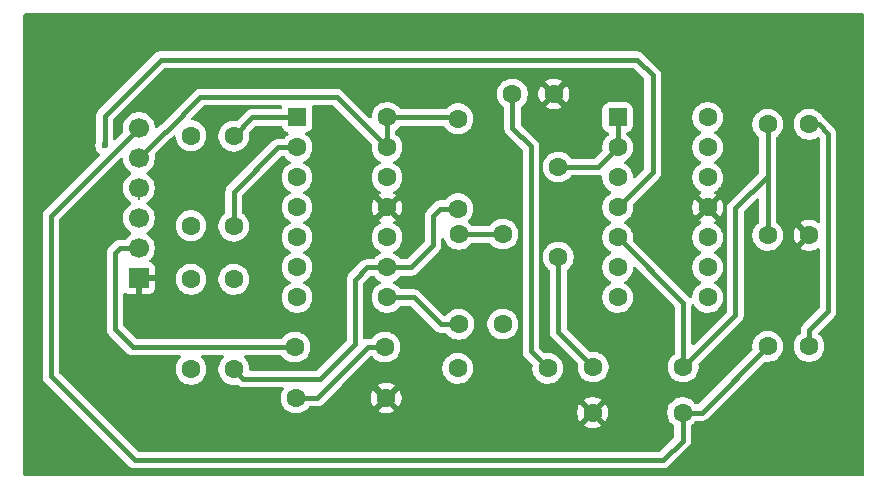
<source format=gbr>
%TF.GenerationSoftware,KiCad,Pcbnew,9.0.4*%
%TF.CreationDate,2025-11-14T19:48:18-06:00*%
%TF.ProjectId,instrument_amplifier,696e7374-7275-46d6-956e-745f616d706c,rev?*%
%TF.SameCoordinates,Original*%
%TF.FileFunction,Copper,L2,Bot*%
%TF.FilePolarity,Positive*%
%FSLAX46Y46*%
G04 Gerber Fmt 4.6, Leading zero omitted, Abs format (unit mm)*
G04 Created by KiCad (PCBNEW 9.0.4) date 2025-11-14 19:48:18*
%MOMM*%
%LPD*%
G01*
G04 APERTURE LIST*
G04 Aperture macros list*
%AMRoundRect*
0 Rectangle with rounded corners*
0 $1 Rounding radius*
0 $2 $3 $4 $5 $6 $7 $8 $9 X,Y pos of 4 corners*
0 Add a 4 corners polygon primitive as box body*
4,1,4,$2,$3,$4,$5,$6,$7,$8,$9,$2,$3,0*
0 Add four circle primitives for the rounded corners*
1,1,$1+$1,$2,$3*
1,1,$1+$1,$4,$5*
1,1,$1+$1,$6,$7*
1,1,$1+$1,$8,$9*
0 Add four rect primitives between the rounded corners*
20,1,$1+$1,$2,$3,$4,$5,0*
20,1,$1+$1,$4,$5,$6,$7,0*
20,1,$1+$1,$6,$7,$8,$9,0*
20,1,$1+$1,$8,$9,$2,$3,0*%
G04 Aperture macros list end*
%TA.AperFunction,ComponentPad*%
%ADD10R,1.700000X1.700000*%
%TD*%
%TA.AperFunction,ComponentPad*%
%ADD11C,1.700000*%
%TD*%
%TA.AperFunction,ComponentPad*%
%ADD12C,1.600000*%
%TD*%
%TA.AperFunction,ComponentPad*%
%ADD13RoundRect,0.250000X-0.550000X-0.550000X0.550000X-0.550000X0.550000X0.550000X-0.550000X0.550000X0*%
%TD*%
%TA.AperFunction,ComponentPad*%
%ADD14C,5.000000*%
%TD*%
%TA.AperFunction,ViaPad*%
%ADD15C,0.600000*%
%TD*%
%TA.AperFunction,Conductor*%
%ADD16C,0.400000*%
%TD*%
%TA.AperFunction,Conductor*%
%ADD17C,0.200000*%
%TD*%
G04 APERTURE END LIST*
D10*
%TO.P,J1,1,Pin_1*%
%TO.N,GND*%
X61780000Y-63390000D03*
D11*
%TO.P,J1,2,Pin_2*%
%TO.N,+5V*%
X61780000Y-60850000D03*
%TO.P,J1,3,Pin_3*%
%TO.N,/E-*%
X61780000Y-58310000D03*
%TO.P,J1,4,Pin_4*%
%TO.N,/E+*%
X61780000Y-55770000D03*
%TO.P,J1,5,Pin_5*%
%TO.N,/EREF*%
X61780000Y-53230000D03*
%TO.P,J1,6,Pin_6*%
%TO.N,/OUT_F*%
X61780000Y-50690000D03*
%TD*%
D12*
%TO.P,U2,14*%
%TO.N,N/C*%
X109935000Y-49790000D03*
%TO.P,U2,13*%
X109935000Y-52330000D03*
%TO.P,U2,12*%
X109935000Y-54870000D03*
%TO.P,U2,11,V-*%
%TO.N,GND*%
X109935000Y-57410000D03*
%TO.P,U2,10*%
%TO.N,N/C*%
X109935000Y-59950000D03*
%TO.P,U2,9*%
X109935000Y-62490000D03*
%TO.P,U2,8*%
X109935000Y-65030000D03*
%TO.P,U2,7*%
%TO.N,Net-(U2B--)*%
X102315000Y-65030000D03*
%TO.P,U2,6,-*%
X102315000Y-62490000D03*
%TO.P,U2,5,+*%
%TO.N,Net-(U2B-+)*%
X102315000Y-59950000D03*
%TO.P,U2,4,V+*%
%TO.N,+5V*%
X102315000Y-57410000D03*
%TO.P,U2,3,+*%
%TO.N,Net-(U2A-+)*%
X102315000Y-54870000D03*
%TO.P,U2,2,-*%
%TO.N,Net-(U2A--)*%
X102315000Y-52330000D03*
D13*
%TO.P,U2,1*%
X102315000Y-49790000D03*
%TD*%
D14*
%TO.P,H4,1,1*%
%TO.N,GND*%
X54800000Y-77370000D03*
%TD*%
%TO.P,H3,1,1*%
%TO.N,GND*%
X120370000Y-77410000D03*
%TD*%
%TO.P,H2,1,1*%
%TO.N,GND*%
X120390000Y-43840000D03*
%TD*%
%TO.P,H1,1,1*%
%TO.N,GND*%
X54810000Y-43780000D03*
%TD*%
D12*
%TO.P,R3,2*%
%TO.N,Net-(U1B--)*%
X66190000Y-63490000D03*
%TO.P,R3,1*%
%TO.N,Net-(R3-Pad1)*%
X66190000Y-71110000D03*
%TD*%
%TO.P,R5,2*%
%TO.N,Net-(R3-Pad1)*%
X69820000Y-63500000D03*
%TO.P,R5,1*%
%TO.N,Net-(U1C--)*%
X69820000Y-71120000D03*
%TD*%
%TO.P,R2,1*%
%TO.N,Net-(R2-Pad1)*%
X69810000Y-51370000D03*
%TO.P,R2,2*%
%TO.N,Net-(U1A--)*%
X69810000Y-58990000D03*
%TD*%
%TO.P,R7,1*%
%TO.N,/EREF*%
X88795000Y-49890000D03*
%TO.P,R7,2*%
%TO.N,Net-(U1C--)*%
X88795000Y-57510000D03*
%TD*%
%TO.P,R1,1*%
%TO.N,Net-(U1A--)*%
X66190000Y-51320000D03*
%TO.P,R1,2*%
%TO.N,Net-(U1B--)*%
X66190000Y-58940000D03*
%TD*%
%TO.P,R4,1*%
%TO.N,Net-(U1C-+)*%
X92590000Y-59660000D03*
%TO.P,R4,2*%
%TO.N,Net-(R2-Pad1)*%
X92590000Y-67280000D03*
%TD*%
%TO.P,R10,1*%
%TO.N,/OUT*%
X88770000Y-71030000D03*
%TO.P,R10,2*%
%TO.N,Net-(U2A-+)*%
X96390000Y-71030000D03*
%TD*%
%TO.P,R6,1*%
%TO.N,/OUT*%
X88860000Y-67300000D03*
%TO.P,R6,2*%
%TO.N,Net-(U1C-+)*%
X88860000Y-59680000D03*
%TD*%
%TO.P,C3,1*%
%TO.N,Net-(U2B-+)*%
X115020000Y-59770000D03*
%TO.P,C3,2*%
%TO.N,GND*%
X118520000Y-59770000D03*
%TD*%
%TO.P,C1,1*%
%TO.N,Net-(U2A-+)*%
X93410000Y-47800000D03*
%TO.P,C1,2*%
%TO.N,GND*%
X96910000Y-47800000D03*
%TD*%
%TO.P,R9,1*%
%TO.N,Net-(U1D-+)*%
X75100000Y-73550000D03*
%TO.P,R9,2*%
%TO.N,GND*%
X82720000Y-73550000D03*
%TD*%
%TO.P,R12,1*%
%TO.N,Net-(R11-Pad2)*%
X100240000Y-70920000D03*
%TO.P,R12,2*%
%TO.N,Net-(U2B-+)*%
X107860000Y-70920000D03*
%TD*%
%TO.P,C2,1*%
%TO.N,Net-(U2B-+)*%
X115020000Y-50370000D03*
%TO.P,C2,2*%
%TO.N,Net-(U2B--)*%
X118520000Y-50370000D03*
%TD*%
%TO.P,R11,1*%
%TO.N,Net-(U2A--)*%
X97290000Y-53980000D03*
%TO.P,R11,2*%
%TO.N,Net-(R11-Pad2)*%
X97290000Y-61600000D03*
%TD*%
D13*
%TO.P,U1,1*%
%TO.N,Net-(R2-Pad1)*%
X75175000Y-49790000D03*
D12*
%TO.P,U1,2,-*%
%TO.N,Net-(U1A--)*%
X75175000Y-52330000D03*
%TO.P,U1,3,+*%
%TO.N,/E+*%
X75175000Y-54870000D03*
%TO.P,U1,4,V+*%
%TO.N,+5V*%
X75175000Y-57410000D03*
%TO.P,U1,5,+*%
%TO.N,/E-*%
X75175000Y-59950000D03*
%TO.P,U1,6,-*%
%TO.N,Net-(U1B--)*%
X75175000Y-62490000D03*
%TO.P,U1,7*%
%TO.N,Net-(R3-Pad1)*%
X75175000Y-65030000D03*
%TO.P,U1,8*%
%TO.N,/OUT*%
X82795000Y-65030000D03*
%TO.P,U1,9,-*%
%TO.N,Net-(U1C--)*%
X82795000Y-62490000D03*
%TO.P,U1,10,+*%
%TO.N,Net-(U1C-+)*%
X82795000Y-59950000D03*
%TO.P,U1,11,V-*%
%TO.N,GND*%
X82795000Y-57410000D03*
%TO.P,U1,12,+*%
%TO.N,Net-(U1D-+)*%
X82795000Y-54870000D03*
%TO.P,U1,13,-*%
%TO.N,/EREF*%
X82795000Y-52330000D03*
%TO.P,U1,14*%
X82795000Y-49790000D03*
%TD*%
%TO.P,R8,1*%
%TO.N,+5V*%
X75000000Y-69230000D03*
%TO.P,R8,2*%
%TO.N,Net-(U1D-+)*%
X82620000Y-69230000D03*
%TD*%
%TO.P,C4,1*%
%TO.N,/OUT_F*%
X115020000Y-69170000D03*
%TO.P,C4,2*%
%TO.N,Net-(U2B--)*%
X118520000Y-69170000D03*
%TD*%
%TO.P,R13,1*%
%TO.N,GND*%
X100190000Y-74770000D03*
%TO.P,R13,2*%
%TO.N,/OUT_F*%
X107810000Y-74770000D03*
%TD*%
D15*
%TO.N,GND*%
X72610000Y-63490000D03*
X72070000Y-59480000D03*
%TO.N,+5V*%
X58880000Y-52160000D03*
%TD*%
D16*
%TO.N,Net-(U1C-+)*%
X92570000Y-59680000D02*
X92590000Y-59660000D01*
X88860000Y-59680000D02*
X92570000Y-59680000D01*
%TO.N,+5V*%
X78320000Y-44900000D02*
X103960000Y-44900000D01*
%TO.N,/OUT_F*%
X61780000Y-50690000D02*
X54320000Y-58150000D01*
X54320000Y-58150000D02*
X54320000Y-71680000D01*
%TO.N,+5V*%
X61250000Y-69230000D02*
X75000000Y-69230000D01*
X59760000Y-67740000D02*
X61250000Y-69230000D01*
X59760000Y-61230000D02*
X59760000Y-67740000D01*
X60140000Y-60850000D02*
X59760000Y-61230000D01*
X61780000Y-60850000D02*
X60140000Y-60850000D01*
D17*
%TO.N,/E+*%
X61780000Y-56682240D02*
X61780000Y-55770000D01*
D16*
%TO.N,Net-(U1C--)*%
X81100000Y-62490000D02*
X82795000Y-62490000D01*
X80070000Y-68950000D02*
X80070000Y-63520000D01*
X70630000Y-71930000D02*
X77090000Y-71930000D01*
X69820000Y-71120000D02*
X70630000Y-71930000D01*
X77090000Y-71930000D02*
X80070000Y-68950000D01*
X80070000Y-63520000D02*
X81100000Y-62490000D01*
%TO.N,+5V*%
X105280000Y-54445000D02*
X102315000Y-57410000D01*
X103960000Y-44900000D02*
X105280000Y-46220000D01*
X58880000Y-49630000D02*
X63610000Y-44900000D01*
X58880000Y-52160000D02*
X58880000Y-49630000D01*
X63610000Y-44900000D02*
X78320000Y-44900000D01*
X105280000Y-46220000D02*
X105280000Y-54445000D01*
%TO.N,/EREF*%
X78530000Y-48065000D02*
X82795000Y-52330000D01*
X64040000Y-50980000D02*
X66955000Y-48065000D01*
X64030000Y-50980000D02*
X64040000Y-50980000D01*
X66955000Y-48065000D02*
X78530000Y-48065000D01*
X61780000Y-53230000D02*
X64030000Y-50980000D01*
%TO.N,Net-(U2A-+)*%
X94960000Y-52220000D02*
X94960000Y-69600000D01*
X94960000Y-69600000D02*
X96390000Y-71030000D01*
X93410000Y-50670000D02*
X93410000Y-47800000D01*
X94960000Y-52220000D02*
X93410000Y-50670000D01*
%TO.N,Net-(U2B--)*%
X118520000Y-67806667D02*
X118520000Y-69170000D01*
X120130000Y-66196667D02*
X118520000Y-67806667D01*
%TO.N,/OUT_F*%
X61420000Y-78780000D02*
X54320000Y-71680000D01*
X106170000Y-78780000D02*
X61420000Y-78780000D01*
X107810000Y-77140000D02*
X106170000Y-78780000D01*
X107810000Y-74770000D02*
X107810000Y-77140000D01*
X109420000Y-74770000D02*
X115020000Y-69170000D01*
X107810000Y-74770000D02*
X109420000Y-74770000D01*
%TO.N,Net-(U2B--)*%
X118520000Y-50370000D02*
X119350000Y-50370000D01*
X119350000Y-50370000D02*
X120130000Y-51150000D01*
%TO.N,Net-(U2B-+)*%
X115020000Y-59770000D02*
X115020000Y-53980000D01*
X115020000Y-53980000D02*
X115020000Y-50370000D01*
X115020000Y-54733333D02*
X115020000Y-53980000D01*
X112280000Y-57473333D02*
X115020000Y-54733333D01*
%TO.N,Net-(U1C--)*%
X69710000Y-71010000D02*
X69820000Y-71120000D01*
%TO.N,/EREF*%
X88695000Y-49790000D02*
X88795000Y-49890000D01*
X82795000Y-49790000D02*
X88695000Y-49790000D01*
X82795000Y-52330000D02*
X82795000Y-49790000D01*
%TO.N,Net-(U2B--)*%
X120130000Y-51150000D02*
X120130000Y-66196667D01*
%TO.N,Net-(U2B-+)*%
X112280000Y-66500000D02*
X107860000Y-70920000D01*
X112280000Y-57473333D02*
X112280000Y-66500000D01*
X107860000Y-65495000D02*
X102315000Y-59950000D01*
X107860000Y-70920000D02*
X107860000Y-65495000D01*
%TO.N,Net-(R11-Pad2)*%
X97290000Y-67970000D02*
X100240000Y-70920000D01*
X97290000Y-61600000D02*
X97290000Y-67970000D01*
%TO.N,Net-(U2A--)*%
X102315000Y-49790000D02*
X102315000Y-52330000D01*
X100665000Y-53980000D02*
X102315000Y-52330000D01*
X97290000Y-53980000D02*
X100665000Y-53980000D01*
%TO.N,Net-(U1A--)*%
X69810000Y-56070000D02*
X69810000Y-58990000D01*
X75175000Y-52330000D02*
X73550000Y-52330000D01*
X73550000Y-52330000D02*
X69810000Y-56070000D01*
%TO.N,Net-(R2-Pad1)*%
X75175000Y-49790000D02*
X71390000Y-49790000D01*
X71390000Y-49790000D02*
X69810000Y-51370000D01*
%TO.N,Net-(U1C--)*%
X87290000Y-57510000D02*
X88795000Y-57510000D01*
X86680000Y-58120000D02*
X87290000Y-57510000D01*
X86680000Y-60610000D02*
X86680000Y-58120000D01*
X84800000Y-62490000D02*
X86680000Y-60610000D01*
X82795000Y-62490000D02*
X84800000Y-62490000D01*
%TO.N,/OUT*%
X87320000Y-67300000D02*
X88860000Y-67300000D01*
X85050000Y-65030000D02*
X87320000Y-67300000D01*
X82795000Y-65030000D02*
X85050000Y-65030000D01*
%TO.N,Net-(U1D-+)*%
X81160000Y-69230000D02*
X82620000Y-69230000D01*
X76840000Y-73550000D02*
X81160000Y-69230000D01*
X75100000Y-73550000D02*
X76840000Y-73550000D01*
%TD*%
%TA.AperFunction,Conductor*%
%TO.N,GND*%
G36*
X73847206Y-48773522D02*
G01*
X73875241Y-48778543D01*
X73880299Y-48783240D01*
X73886922Y-48785185D01*
X73905569Y-48806704D01*
X73926441Y-48826086D01*
X73928157Y-48832772D01*
X73932677Y-48837989D01*
X73936729Y-48866174D01*
X73943810Y-48893762D01*
X73942083Y-48903406D01*
X73942621Y-48907147D01*
X73937589Y-48928504D01*
X73912405Y-49004504D01*
X73872632Y-49061949D01*
X73808116Y-49088772D01*
X73794699Y-49089500D01*
X71321003Y-49089500D01*
X71225048Y-49108586D01*
X71225042Y-49108588D01*
X71212591Y-49111065D01*
X71185671Y-49116420D01*
X71132866Y-49138292D01*
X71058189Y-49169225D01*
X71027110Y-49189992D01*
X71017358Y-49196507D01*
X71017353Y-49196510D01*
X70943461Y-49245883D01*
X70943453Y-49245889D01*
X70136148Y-50053194D01*
X70074825Y-50086679D01*
X70029069Y-50087986D01*
X69968613Y-50078410D01*
X69912352Y-50069500D01*
X69707648Y-50069500D01*
X69683329Y-50073351D01*
X69505465Y-50101522D01*
X69310776Y-50164781D01*
X69128386Y-50257715D01*
X68962786Y-50378028D01*
X68818028Y-50522786D01*
X68697715Y-50688386D01*
X68604781Y-50870776D01*
X68541522Y-51065465D01*
X68510400Y-51261968D01*
X68509500Y-51267648D01*
X68509500Y-51472352D01*
X68511074Y-51482287D01*
X68541522Y-51674534D01*
X68604781Y-51869223D01*
X68633971Y-51926510D01*
X68696142Y-52048527D01*
X68697715Y-52051613D01*
X68818028Y-52217213D01*
X68962786Y-52361971D01*
X69116761Y-52473838D01*
X69128390Y-52482287D01*
X69244607Y-52541503D01*
X69310776Y-52575218D01*
X69310778Y-52575218D01*
X69310781Y-52575220D01*
X69415137Y-52609127D01*
X69505465Y-52638477D01*
X69606557Y-52654488D01*
X69707648Y-52670500D01*
X69707649Y-52670500D01*
X69912351Y-52670500D01*
X69912352Y-52670500D01*
X70114534Y-52638477D01*
X70309219Y-52575220D01*
X70491610Y-52482287D01*
X70584590Y-52414732D01*
X70657213Y-52361971D01*
X70657215Y-52361968D01*
X70657219Y-52361966D01*
X70801966Y-52217219D01*
X70801968Y-52217215D01*
X70801971Y-52217213D01*
X70854732Y-52144590D01*
X70922287Y-52051610D01*
X71015220Y-51869219D01*
X71078477Y-51674534D01*
X71110500Y-51472352D01*
X71110500Y-51267648D01*
X71092012Y-51150926D01*
X71100966Y-51081637D01*
X71126801Y-51043853D01*
X71643837Y-50526819D01*
X71705160Y-50493334D01*
X71731518Y-50490500D01*
X73794699Y-50490500D01*
X73861738Y-50510185D01*
X73907493Y-50562989D01*
X73912403Y-50575492D01*
X73940186Y-50659334D01*
X74032288Y-50808656D01*
X74156344Y-50932712D01*
X74305666Y-51024814D01*
X74387570Y-51051954D01*
X74445015Y-51091727D01*
X74471838Y-51156243D01*
X74459523Y-51225018D01*
X74421451Y-51269978D01*
X74327787Y-51338028D01*
X74327782Y-51338032D01*
X74183030Y-51482784D01*
X74113575Y-51578384D01*
X74058245Y-51621051D01*
X74013256Y-51629500D01*
X73481004Y-51629500D01*
X73345677Y-51656418D01*
X73345667Y-51656421D01*
X73218192Y-51709222D01*
X73103454Y-51785887D01*
X69265887Y-55623454D01*
X69189222Y-55738192D01*
X69136421Y-55865667D01*
X69136418Y-55865679D01*
X69113224Y-55982285D01*
X69113224Y-55982289D01*
X69109500Y-56001007D01*
X69109500Y-57828255D01*
X69089815Y-57895294D01*
X69058385Y-57928573D01*
X68962787Y-57998028D01*
X68962782Y-57998032D01*
X68818028Y-58142786D01*
X68697715Y-58308386D01*
X68604781Y-58490776D01*
X68541522Y-58685465D01*
X68509500Y-58887648D01*
X68509500Y-59092351D01*
X68541522Y-59294534D01*
X68604781Y-59489223D01*
X68649837Y-59577648D01*
X68695694Y-59667648D01*
X68697715Y-59671613D01*
X68818028Y-59837213D01*
X68962786Y-59981971D01*
X69090030Y-60074417D01*
X69128390Y-60102287D01*
X69212647Y-60145218D01*
X69310776Y-60195218D01*
X69310778Y-60195218D01*
X69310781Y-60195220D01*
X69371119Y-60214825D01*
X69505465Y-60258477D01*
X69572100Y-60269031D01*
X69707648Y-60290500D01*
X69707649Y-60290500D01*
X69912351Y-60290500D01*
X69912352Y-60290500D01*
X70114534Y-60258477D01*
X70309219Y-60195220D01*
X70491610Y-60102287D01*
X70610917Y-60015606D01*
X70657213Y-59981971D01*
X70657215Y-59981968D01*
X70657219Y-59981966D01*
X70801966Y-59837219D01*
X70801968Y-59837215D01*
X70801971Y-59837213D01*
X70889063Y-59717339D01*
X70922287Y-59671610D01*
X71015220Y-59489219D01*
X71078477Y-59294534D01*
X71110500Y-59092352D01*
X71110500Y-58887648D01*
X71082407Y-58710279D01*
X71078477Y-58685465D01*
X71033718Y-58547713D01*
X71015220Y-58490781D01*
X71015218Y-58490778D01*
X71015218Y-58490776D01*
X70970920Y-58403837D01*
X70922287Y-58308390D01*
X70888304Y-58261616D01*
X70801971Y-58142786D01*
X70657217Y-57998032D01*
X70657212Y-57998028D01*
X70561615Y-57928573D01*
X70518949Y-57873243D01*
X70510500Y-57828255D01*
X70510500Y-56411519D01*
X70530185Y-56344480D01*
X70546819Y-56323838D01*
X73803838Y-53066819D01*
X73830765Y-53052115D01*
X73856584Y-53035523D01*
X73862784Y-53034631D01*
X73865161Y-53033334D01*
X73891519Y-53030500D01*
X74013256Y-53030500D01*
X74080295Y-53050185D01*
X74113575Y-53081616D01*
X74183030Y-53177215D01*
X74327786Y-53321971D01*
X74482749Y-53434556D01*
X74493390Y-53442287D01*
X74568929Y-53480776D01*
X74586080Y-53489515D01*
X74636876Y-53537490D01*
X74653671Y-53605311D01*
X74631134Y-53671446D01*
X74586080Y-53710485D01*
X74493386Y-53757715D01*
X74327786Y-53878028D01*
X74183028Y-54022786D01*
X74062715Y-54188386D01*
X73969781Y-54370776D01*
X73906522Y-54565465D01*
X73874500Y-54767648D01*
X73874500Y-54972351D01*
X73906522Y-55174534D01*
X73969781Y-55369223D01*
X74062715Y-55551613D01*
X74183028Y-55717213D01*
X74327786Y-55861971D01*
X74482749Y-55974556D01*
X74493390Y-55982287D01*
X74584840Y-56028883D01*
X74586080Y-56029515D01*
X74636876Y-56077490D01*
X74653671Y-56145311D01*
X74631134Y-56211446D01*
X74586080Y-56250485D01*
X74493386Y-56297715D01*
X74327786Y-56418028D01*
X74183028Y-56562786D01*
X74062715Y-56728386D01*
X73969781Y-56910776D01*
X73906522Y-57105465D01*
X73874500Y-57307648D01*
X73874500Y-57512351D01*
X73906522Y-57714534D01*
X73969781Y-57909223D01*
X74033691Y-58034653D01*
X74062585Y-58091359D01*
X74062715Y-58091613D01*
X74183028Y-58257213D01*
X74327786Y-58401971D01*
X74465479Y-58502009D01*
X74493390Y-58522287D01*
X74577698Y-58565244D01*
X74586080Y-58569515D01*
X74636876Y-58617490D01*
X74653671Y-58685311D01*
X74631134Y-58751446D01*
X74586080Y-58790485D01*
X74493386Y-58837715D01*
X74327786Y-58958028D01*
X74183028Y-59102786D01*
X74062715Y-59268386D01*
X73969781Y-59450776D01*
X73906522Y-59645465D01*
X73874500Y-59847648D01*
X73874500Y-60052351D01*
X73906522Y-60254534D01*
X73969781Y-60449223D01*
X74009520Y-60527213D01*
X74055380Y-60617219D01*
X74062715Y-60631613D01*
X74183028Y-60797213D01*
X74327786Y-60941971D01*
X74460618Y-61038477D01*
X74493390Y-61062287D01*
X74568929Y-61100776D01*
X74586080Y-61109515D01*
X74636876Y-61157490D01*
X74653671Y-61225311D01*
X74631134Y-61291446D01*
X74586080Y-61330485D01*
X74493386Y-61377715D01*
X74327786Y-61498028D01*
X74183028Y-61642786D01*
X74062715Y-61808386D01*
X73969781Y-61990776D01*
X73906522Y-62185465D01*
X73874500Y-62387648D01*
X73874500Y-62592351D01*
X73906522Y-62794534D01*
X73969781Y-62989223D01*
X73992655Y-63034114D01*
X74058620Y-63163578D01*
X74062715Y-63171613D01*
X74183028Y-63337213D01*
X74327786Y-63481971D01*
X74482749Y-63594556D01*
X74493390Y-63602287D01*
X74567406Y-63640000D01*
X74586080Y-63649515D01*
X74636876Y-63697490D01*
X74653671Y-63765311D01*
X74631134Y-63831446D01*
X74586080Y-63870485D01*
X74493386Y-63917715D01*
X74327786Y-64038028D01*
X74183028Y-64182786D01*
X74062715Y-64348386D01*
X73969781Y-64530776D01*
X73906522Y-64725465D01*
X73874500Y-64927648D01*
X73874500Y-65132351D01*
X73906522Y-65334534D01*
X73969781Y-65529223D01*
X74062715Y-65711613D01*
X74183028Y-65877213D01*
X74327786Y-66021971D01*
X74473275Y-66127673D01*
X74493390Y-66142287D01*
X74609607Y-66201503D01*
X74675776Y-66235218D01*
X74675778Y-66235218D01*
X74675781Y-66235220D01*
X74769469Y-66265661D01*
X74870465Y-66298477D01*
X74971557Y-66314488D01*
X75072648Y-66330500D01*
X75072649Y-66330500D01*
X75277351Y-66330500D01*
X75277352Y-66330500D01*
X75479534Y-66298477D01*
X75674219Y-66235220D01*
X75856610Y-66142287D01*
X75949590Y-66074732D01*
X76022213Y-66021971D01*
X76022215Y-66021968D01*
X76022219Y-66021966D01*
X76166966Y-65877219D01*
X76166968Y-65877215D01*
X76166971Y-65877213D01*
X76236425Y-65781616D01*
X76287287Y-65711610D01*
X76380220Y-65529219D01*
X76443477Y-65334534D01*
X76475500Y-65132352D01*
X76475500Y-64927648D01*
X76443477Y-64725465D01*
X76403453Y-64602284D01*
X76380220Y-64530781D01*
X76380218Y-64530778D01*
X76380218Y-64530776D01*
X76318284Y-64409225D01*
X76287287Y-64348390D01*
X76259261Y-64309815D01*
X76166971Y-64182786D01*
X76022213Y-64038028D01*
X75856614Y-63917715D01*
X75802220Y-63890000D01*
X75763917Y-63870483D01*
X75713123Y-63822511D01*
X75696328Y-63754690D01*
X75718865Y-63688555D01*
X75763917Y-63649516D01*
X75856610Y-63602287D01*
X75978128Y-63514000D01*
X76022213Y-63481971D01*
X76022215Y-63481968D01*
X76022219Y-63481966D01*
X76166966Y-63337219D01*
X76166968Y-63337215D01*
X76166971Y-63337213D01*
X76236425Y-63241616D01*
X76287287Y-63171610D01*
X76380220Y-62989219D01*
X76443477Y-62794534D01*
X76475500Y-62592352D01*
X76475500Y-62387648D01*
X76459207Y-62284780D01*
X76443477Y-62185465D01*
X76397555Y-62044133D01*
X76380220Y-61990781D01*
X76380218Y-61990778D01*
X76380218Y-61990776D01*
X76323827Y-61880104D01*
X76287287Y-61808390D01*
X76247176Y-61753181D01*
X76166971Y-61642786D01*
X76022213Y-61498028D01*
X75856614Y-61377715D01*
X75838356Y-61368412D01*
X75763917Y-61330483D01*
X75713123Y-61282511D01*
X75696328Y-61214690D01*
X75718865Y-61148555D01*
X75763917Y-61109516D01*
X75856610Y-61062287D01*
X75907014Y-61025667D01*
X76022213Y-60941971D01*
X76022215Y-60941968D01*
X76022219Y-60941966D01*
X76166966Y-60797219D01*
X76166968Y-60797215D01*
X76166971Y-60797213D01*
X76219732Y-60724590D01*
X76287287Y-60631610D01*
X76380220Y-60449219D01*
X76443477Y-60254534D01*
X76475500Y-60052352D01*
X76475500Y-59847648D01*
X76471104Y-59819896D01*
X76443477Y-59645465D01*
X76398013Y-59505542D01*
X76380220Y-59450781D01*
X76380218Y-59450778D01*
X76380218Y-59450776D01*
X76336621Y-59365214D01*
X76287287Y-59268390D01*
X76230183Y-59189792D01*
X76166971Y-59102786D01*
X76022213Y-58958028D01*
X75856614Y-58837715D01*
X75771717Y-58794458D01*
X75763917Y-58790483D01*
X75713123Y-58742511D01*
X75696328Y-58674690D01*
X75718865Y-58608555D01*
X75763917Y-58569516D01*
X75856610Y-58522287D01*
X75913465Y-58480980D01*
X76022213Y-58401971D01*
X76022215Y-58401968D01*
X76022219Y-58401966D01*
X76166966Y-58257219D01*
X76166968Y-58257215D01*
X76166971Y-58257213D01*
X76219732Y-58184590D01*
X76287287Y-58091610D01*
X76380220Y-57909219D01*
X76443477Y-57714534D01*
X76475500Y-57512352D01*
X76475500Y-57307648D01*
X76471104Y-57279896D01*
X76443477Y-57105465D01*
X76386305Y-56929510D01*
X76380220Y-56910781D01*
X76380218Y-56910778D01*
X76380218Y-56910776D01*
X76339603Y-56831066D01*
X76287287Y-56728390D01*
X76255092Y-56684077D01*
X76166971Y-56562786D01*
X76022213Y-56418028D01*
X75856614Y-56297715D01*
X75838356Y-56288412D01*
X75763917Y-56250483D01*
X75713123Y-56202511D01*
X75696328Y-56134690D01*
X75718865Y-56068555D01*
X75763917Y-56029516D01*
X75856610Y-55982287D01*
X76002508Y-55876287D01*
X76022213Y-55861971D01*
X76022215Y-55861968D01*
X76022219Y-55861966D01*
X76166966Y-55717219D01*
X76166968Y-55717215D01*
X76166971Y-55717213D01*
X76219732Y-55644590D01*
X76287287Y-55551610D01*
X76380220Y-55369219D01*
X76443477Y-55174534D01*
X76475500Y-54972352D01*
X76475500Y-54767648D01*
X76471104Y-54739896D01*
X76443477Y-54565465D01*
X76408836Y-54458852D01*
X76380220Y-54370781D01*
X76380218Y-54370778D01*
X76380218Y-54370776D01*
X76336275Y-54284534D01*
X76287287Y-54188390D01*
X76230183Y-54109792D01*
X76166971Y-54022786D01*
X76022213Y-53878028D01*
X75856614Y-53757715D01*
X75838356Y-53748412D01*
X75763917Y-53710483D01*
X75713123Y-53662511D01*
X75696328Y-53594690D01*
X75718865Y-53528555D01*
X75763917Y-53489516D01*
X75856610Y-53442287D01*
X76002508Y-53336287D01*
X76022213Y-53321971D01*
X76022215Y-53321968D01*
X76022219Y-53321966D01*
X76166966Y-53177219D01*
X76166968Y-53177215D01*
X76166971Y-53177213D01*
X76236425Y-53081616D01*
X76287287Y-53011610D01*
X76380220Y-52829219D01*
X76443477Y-52634534D01*
X76475500Y-52432352D01*
X76475500Y-52227648D01*
X76443477Y-52025466D01*
X76440296Y-52015677D01*
X76398872Y-51888187D01*
X76380220Y-51830781D01*
X76380218Y-51830778D01*
X76380218Y-51830776D01*
X76324103Y-51720646D01*
X76287287Y-51648390D01*
X76251752Y-51599480D01*
X76166971Y-51482786D01*
X76022219Y-51338034D01*
X75968977Y-51299352D01*
X75928547Y-51269978D01*
X75885882Y-51214649D01*
X75879903Y-51145036D01*
X75912508Y-51083240D01*
X75962426Y-51051955D01*
X76044334Y-51024814D01*
X76193656Y-50932712D01*
X76317712Y-50808656D01*
X76409814Y-50659334D01*
X76464999Y-50492797D01*
X76475500Y-50390009D01*
X76475499Y-49189992D01*
X76474831Y-49183457D01*
X76464999Y-49087203D01*
X76464998Y-49087200D01*
X76412411Y-48928504D01*
X76410009Y-48858676D01*
X76445741Y-48798634D01*
X76508261Y-48767441D01*
X76530117Y-48765500D01*
X78188481Y-48765500D01*
X78255520Y-48785185D01*
X78276162Y-48801819D01*
X81478194Y-52003851D01*
X81511679Y-52065174D01*
X81512986Y-52110929D01*
X81494500Y-52227647D01*
X81494500Y-52432351D01*
X81526522Y-52634534D01*
X81589781Y-52829223D01*
X81628875Y-52905948D01*
X81670700Y-52988034D01*
X81682715Y-53011613D01*
X81803028Y-53177213D01*
X81947786Y-53321971D01*
X82102749Y-53434556D01*
X82113390Y-53442287D01*
X82188929Y-53480776D01*
X82206080Y-53489515D01*
X82256876Y-53537490D01*
X82273671Y-53605311D01*
X82251134Y-53671446D01*
X82206080Y-53710485D01*
X82113386Y-53757715D01*
X81947786Y-53878028D01*
X81803028Y-54022786D01*
X81682715Y-54188386D01*
X81589781Y-54370776D01*
X81526522Y-54565465D01*
X81494500Y-54767648D01*
X81494500Y-54972351D01*
X81526522Y-55174534D01*
X81589781Y-55369223D01*
X81682715Y-55551613D01*
X81803028Y-55717213D01*
X81947786Y-55861971D01*
X82113385Y-55982284D01*
X82113387Y-55982285D01*
X82113390Y-55982287D01*
X82206080Y-56029515D01*
X82206630Y-56029795D01*
X82257426Y-56077770D01*
X82274221Y-56145591D01*
X82251684Y-56211725D01*
X82206630Y-56250765D01*
X82113644Y-56298143D01*
X82069077Y-56330523D01*
X82069077Y-56330524D01*
X82748554Y-57010000D01*
X82742339Y-57010000D01*
X82640606Y-57037259D01*
X82549394Y-57089920D01*
X82474920Y-57164394D01*
X82422259Y-57255606D01*
X82395000Y-57357339D01*
X82395000Y-57363553D01*
X81715524Y-56684077D01*
X81715523Y-56684077D01*
X81683143Y-56728644D01*
X81590244Y-56910968D01*
X81527009Y-57105582D01*
X81495000Y-57307682D01*
X81495000Y-57512317D01*
X81527009Y-57714417D01*
X81590244Y-57909031D01*
X81683141Y-58091350D01*
X81683147Y-58091359D01*
X81715523Y-58135921D01*
X81715524Y-58135922D01*
X82395000Y-57456446D01*
X82395000Y-57462661D01*
X82422259Y-57564394D01*
X82474920Y-57655606D01*
X82549394Y-57730080D01*
X82640606Y-57782741D01*
X82742339Y-57810000D01*
X82748553Y-57810000D01*
X82069076Y-58489474D01*
X82113652Y-58521861D01*
X82206628Y-58569234D01*
X82257425Y-58617208D01*
X82274220Y-58685029D01*
X82251683Y-58751164D01*
X82206630Y-58790203D01*
X82113388Y-58837713D01*
X81947786Y-58958028D01*
X81803028Y-59102786D01*
X81682715Y-59268386D01*
X81589781Y-59450776D01*
X81526522Y-59645465D01*
X81494500Y-59847648D01*
X81494500Y-60052351D01*
X81526522Y-60254534D01*
X81589781Y-60449223D01*
X81629520Y-60527213D01*
X81675380Y-60617219D01*
X81682715Y-60631613D01*
X81803028Y-60797213D01*
X81947786Y-60941971D01*
X82080618Y-61038477D01*
X82113390Y-61062287D01*
X82188929Y-61100776D01*
X82206080Y-61109515D01*
X82256876Y-61157490D01*
X82273671Y-61225311D01*
X82251134Y-61291446D01*
X82206080Y-61330485D01*
X82113386Y-61377715D01*
X81947786Y-61498028D01*
X81803030Y-61642784D01*
X81733575Y-61738384D01*
X81678245Y-61781051D01*
X81633256Y-61789500D01*
X81031004Y-61789500D01*
X80895677Y-61816418D01*
X80895667Y-61816421D01*
X80768192Y-61869222D01*
X80653454Y-61945887D01*
X79525887Y-63073454D01*
X79449222Y-63188192D01*
X79396421Y-63315667D01*
X79396420Y-63315671D01*
X79396420Y-63315672D01*
X79379386Y-63401309D01*
X79379386Y-63401310D01*
X79369500Y-63451006D01*
X79369500Y-68608481D01*
X79349815Y-68675520D01*
X79333181Y-68696162D01*
X76836162Y-71193181D01*
X76774839Y-71226666D01*
X76748481Y-71229500D01*
X71244500Y-71229500D01*
X71177461Y-71209815D01*
X71131706Y-71157011D01*
X71120500Y-71105500D01*
X71120500Y-71017648D01*
X71088477Y-70815465D01*
X71025218Y-70620776D01*
X70991503Y-70554607D01*
X70932287Y-70438390D01*
X70886392Y-70375220D01*
X70811971Y-70272786D01*
X70681366Y-70142181D01*
X70647881Y-70080858D01*
X70652865Y-70011166D01*
X70694737Y-69955233D01*
X70760201Y-69930816D01*
X70769047Y-69930500D01*
X73838256Y-69930500D01*
X73905295Y-69950185D01*
X73938575Y-69981616D01*
X74008030Y-70077215D01*
X74152786Y-70221971D01*
X74235806Y-70282287D01*
X74318390Y-70342287D01*
X74383021Y-70375218D01*
X74500776Y-70435218D01*
X74500778Y-70435218D01*
X74500781Y-70435220D01*
X74605137Y-70469127D01*
X74695465Y-70498477D01*
X74796557Y-70514488D01*
X74897648Y-70530500D01*
X74897649Y-70530500D01*
X75102351Y-70530500D01*
X75102352Y-70530500D01*
X75304534Y-70498477D01*
X75499219Y-70435220D01*
X75681610Y-70342287D01*
X75791042Y-70262781D01*
X75847213Y-70221971D01*
X75847215Y-70221968D01*
X75847219Y-70221966D01*
X75991966Y-70077219D01*
X75991968Y-70077215D01*
X75991971Y-70077213D01*
X76061425Y-69981616D01*
X76112287Y-69911610D01*
X76205220Y-69729219D01*
X76268477Y-69534534D01*
X76300500Y-69332352D01*
X76300500Y-69127648D01*
X76287515Y-69045663D01*
X76268477Y-68925465D01*
X76205218Y-68730776D01*
X76143284Y-68609225D01*
X76112287Y-68548390D01*
X76084261Y-68509815D01*
X75991971Y-68382786D01*
X75847213Y-68238028D01*
X75681613Y-68117715D01*
X75681612Y-68117714D01*
X75681610Y-68117713D01*
X75611755Y-68082120D01*
X75499223Y-68024781D01*
X75304534Y-67961522D01*
X75129995Y-67933878D01*
X75102352Y-67929500D01*
X74897648Y-67929500D01*
X74873329Y-67933351D01*
X74695465Y-67961522D01*
X74500776Y-68024781D01*
X74318386Y-68117715D01*
X74152786Y-68238028D01*
X74008030Y-68382784D01*
X73938575Y-68478384D01*
X73883245Y-68521051D01*
X73838256Y-68529500D01*
X61591519Y-68529500D01*
X61524480Y-68509815D01*
X61503838Y-68493181D01*
X60496819Y-67486162D01*
X60463334Y-67424839D01*
X60460500Y-67398481D01*
X60460500Y-64760835D01*
X60480185Y-64693796D01*
X60532989Y-64648041D01*
X60602147Y-64638097D01*
X60658812Y-64661569D01*
X60687910Y-64683352D01*
X60687913Y-64683354D01*
X60822620Y-64733596D01*
X60822627Y-64733598D01*
X60882155Y-64739999D01*
X60882172Y-64740000D01*
X61530000Y-64740000D01*
X61530000Y-63823012D01*
X61587007Y-63855925D01*
X61714174Y-63890000D01*
X61845826Y-63890000D01*
X61972993Y-63855925D01*
X62030000Y-63823012D01*
X62030000Y-64740000D01*
X62677828Y-64740000D01*
X62677844Y-64739999D01*
X62737372Y-64733598D01*
X62737379Y-64733596D01*
X62872086Y-64683354D01*
X62872093Y-64683350D01*
X62987187Y-64597190D01*
X62987190Y-64597187D01*
X63073350Y-64482093D01*
X63073354Y-64482086D01*
X63123596Y-64347379D01*
X63123598Y-64347372D01*
X63129999Y-64287844D01*
X63130000Y-64287827D01*
X63130000Y-63640000D01*
X62213012Y-63640000D01*
X62245925Y-63582993D01*
X62280000Y-63455826D01*
X62280000Y-63387648D01*
X64889500Y-63387648D01*
X64889500Y-63592351D01*
X64921522Y-63794534D01*
X64984781Y-63989223D01*
X65077715Y-64171613D01*
X65198028Y-64337213D01*
X65342786Y-64481971D01*
X65497749Y-64594556D01*
X65508390Y-64602287D01*
X65624607Y-64661503D01*
X65690776Y-64695218D01*
X65690778Y-64695218D01*
X65690781Y-64695220D01*
X65783866Y-64725465D01*
X65885465Y-64758477D01*
X65948602Y-64768477D01*
X66087648Y-64790500D01*
X66087649Y-64790500D01*
X66292351Y-64790500D01*
X66292352Y-64790500D01*
X66494534Y-64758477D01*
X66689219Y-64695220D01*
X66871610Y-64602287D01*
X66970037Y-64530776D01*
X67037213Y-64481971D01*
X67037215Y-64481968D01*
X67037219Y-64481966D01*
X67181966Y-64337219D01*
X67181968Y-64337215D01*
X67181971Y-64337213D01*
X67294167Y-64182786D01*
X67302287Y-64171610D01*
X67395220Y-63989219D01*
X67458477Y-63794534D01*
X67490500Y-63592352D01*
X67490500Y-63397648D01*
X68519500Y-63397648D01*
X68519500Y-63602351D01*
X68551522Y-63804534D01*
X68614781Y-63999223D01*
X68634557Y-64038034D01*
X68702619Y-64171613D01*
X68707715Y-64181613D01*
X68828028Y-64347213D01*
X68972786Y-64491971D01*
X69124622Y-64602284D01*
X69138390Y-64612287D01*
X69254607Y-64671503D01*
X69320776Y-64705218D01*
X69320778Y-64705218D01*
X69320781Y-64705220D01*
X69425137Y-64739127D01*
X69515465Y-64768477D01*
X69616557Y-64784488D01*
X69717648Y-64800500D01*
X69717649Y-64800500D01*
X69922351Y-64800500D01*
X69922352Y-64800500D01*
X70124534Y-64768477D01*
X70319219Y-64705220D01*
X70501610Y-64612287D01*
X70594590Y-64544732D01*
X70667213Y-64491971D01*
X70667215Y-64491968D01*
X70667219Y-64491966D01*
X70811966Y-64347219D01*
X70811968Y-64347215D01*
X70811971Y-64347213D01*
X70864732Y-64274590D01*
X70932287Y-64181610D01*
X71025220Y-63999219D01*
X71088477Y-63804534D01*
X71120500Y-63602352D01*
X71120500Y-63397648D01*
X71088477Y-63195466D01*
X71087784Y-63193334D01*
X71048833Y-63073454D01*
X71025220Y-63000781D01*
X71025218Y-63000778D01*
X71025218Y-63000776D01*
X70968774Y-62890000D01*
X70932287Y-62818390D01*
X70891132Y-62761744D01*
X70811971Y-62652786D01*
X70667213Y-62508028D01*
X70501613Y-62387715D01*
X70501612Y-62387714D01*
X70501610Y-62387713D01*
X70444653Y-62358691D01*
X70319223Y-62294781D01*
X70124534Y-62231522D01*
X69949995Y-62203878D01*
X69922352Y-62199500D01*
X69717648Y-62199500D01*
X69693329Y-62203351D01*
X69515465Y-62231522D01*
X69320776Y-62294781D01*
X69138386Y-62387715D01*
X68972786Y-62508028D01*
X68828028Y-62652786D01*
X68707715Y-62818386D01*
X68614781Y-63000776D01*
X68551522Y-63195465D01*
X68519500Y-63397648D01*
X67490500Y-63397648D01*
X67490500Y-63387648D01*
X67470916Y-63264000D01*
X67458477Y-63185465D01*
X67398469Y-63000781D01*
X67395220Y-62990781D01*
X67395218Y-62990778D01*
X67395218Y-62990776D01*
X67343869Y-62890000D01*
X67302287Y-62808390D01*
X67268397Y-62761744D01*
X67181971Y-62642786D01*
X67037213Y-62498028D01*
X66871613Y-62377715D01*
X66871612Y-62377714D01*
X66871610Y-62377713D01*
X66814653Y-62348691D01*
X66689223Y-62284781D01*
X66494534Y-62221522D01*
X66319995Y-62193878D01*
X66292352Y-62189500D01*
X66087648Y-62189500D01*
X66063329Y-62193351D01*
X65885465Y-62221522D01*
X65690776Y-62284781D01*
X65508386Y-62377715D01*
X65342786Y-62498028D01*
X65198028Y-62642786D01*
X65077715Y-62808386D01*
X64984781Y-62990776D01*
X64921522Y-63185465D01*
X64889500Y-63387648D01*
X62280000Y-63387648D01*
X62280000Y-63324174D01*
X62245925Y-63197007D01*
X62213012Y-63140000D01*
X63130000Y-63140000D01*
X63130000Y-62492172D01*
X63129999Y-62492155D01*
X63123598Y-62432627D01*
X63123596Y-62432620D01*
X63073354Y-62297913D01*
X63073350Y-62297906D01*
X62987190Y-62182812D01*
X62987187Y-62182809D01*
X62872093Y-62096649D01*
X62872088Y-62096646D01*
X62740528Y-62047577D01*
X62684595Y-62005705D01*
X62660178Y-61940241D01*
X62675030Y-61871968D01*
X62696175Y-61843720D01*
X62810104Y-61729792D01*
X62822229Y-61713104D01*
X62893402Y-61615141D01*
X62935051Y-61557816D01*
X63031557Y-61368412D01*
X63097246Y-61166243D01*
X63130500Y-60956287D01*
X63130500Y-60743713D01*
X63097246Y-60533757D01*
X63031557Y-60331588D01*
X62935051Y-60142184D01*
X62935049Y-60142181D01*
X62935048Y-60142179D01*
X62810109Y-59970213D01*
X62659786Y-59819890D01*
X62487820Y-59694951D01*
X62487115Y-59694591D01*
X62479054Y-59690485D01*
X62428259Y-59642512D01*
X62411463Y-59574692D01*
X62433999Y-59508556D01*
X62479054Y-59469515D01*
X62487816Y-59465051D01*
X62509789Y-59449086D01*
X62659786Y-59340109D01*
X62659788Y-59340106D01*
X62659792Y-59340104D01*
X62810104Y-59189792D01*
X62810106Y-59189788D01*
X62810109Y-59189786D01*
X62935048Y-59017820D01*
X62935047Y-59017820D01*
X62935051Y-59017816D01*
X63026851Y-58837648D01*
X64889500Y-58837648D01*
X64889500Y-59042351D01*
X64921522Y-59244534D01*
X64984781Y-59439223D01*
X65077715Y-59621613D01*
X65198028Y-59787213D01*
X65342786Y-59931971D01*
X65469819Y-60024264D01*
X65508390Y-60052287D01*
X65624607Y-60111503D01*
X65690776Y-60145218D01*
X65690778Y-60145218D01*
X65690781Y-60145220D01*
X65733878Y-60159223D01*
X65885465Y-60208477D01*
X65986557Y-60224488D01*
X66087648Y-60240500D01*
X66087649Y-60240500D01*
X66292351Y-60240500D01*
X66292352Y-60240500D01*
X66494534Y-60208477D01*
X66689219Y-60145220D01*
X66871610Y-60052287D01*
X66964865Y-59984534D01*
X67037213Y-59931971D01*
X67037215Y-59931968D01*
X67037219Y-59931966D01*
X67181966Y-59787219D01*
X67181968Y-59787215D01*
X67181971Y-59787213D01*
X67249002Y-59694951D01*
X67302287Y-59621610D01*
X67395220Y-59439219D01*
X67458477Y-59244534D01*
X67490500Y-59042352D01*
X67490500Y-58837648D01*
X67475387Y-58742229D01*
X67458477Y-58635465D01*
X67415114Y-58502009D01*
X67395220Y-58440781D01*
X67395218Y-58440778D01*
X67395218Y-58440776D01*
X67327761Y-58308386D01*
X67302287Y-58258390D01*
X67273173Y-58218318D01*
X67181971Y-58092786D01*
X67037213Y-57948028D01*
X66871613Y-57827715D01*
X66871612Y-57827714D01*
X66871610Y-57827713D01*
X66783348Y-57782741D01*
X66689223Y-57734781D01*
X66494534Y-57671522D01*
X66319995Y-57643878D01*
X66292352Y-57639500D01*
X66087648Y-57639500D01*
X66063329Y-57643351D01*
X65885465Y-57671522D01*
X65690776Y-57734781D01*
X65508386Y-57827715D01*
X65342786Y-57948028D01*
X65198028Y-58092786D01*
X65077715Y-58258386D01*
X64984781Y-58440776D01*
X64921522Y-58635465D01*
X64889500Y-58837648D01*
X63026851Y-58837648D01*
X63031557Y-58828412D01*
X63097246Y-58626243D01*
X63130500Y-58416287D01*
X63130500Y-58203713D01*
X63097246Y-57993757D01*
X63031557Y-57791588D01*
X62935051Y-57602184D01*
X62935049Y-57602181D01*
X62935048Y-57602179D01*
X62810109Y-57430213D01*
X62659786Y-57279890D01*
X62487815Y-57154948D01*
X62487812Y-57154946D01*
X62479050Y-57150481D01*
X62428256Y-57102505D01*
X62411463Y-57034683D01*
X62434003Y-56968549D01*
X62479060Y-56929512D01*
X62487816Y-56925051D01*
X62537128Y-56889224D01*
X62659786Y-56800109D01*
X62659788Y-56800106D01*
X62659792Y-56800104D01*
X62810104Y-56649792D01*
X62810106Y-56649788D01*
X62810109Y-56649786D01*
X62935048Y-56477820D01*
X62935047Y-56477820D01*
X62935051Y-56477816D01*
X63031557Y-56288412D01*
X63097246Y-56086243D01*
X63130500Y-55876287D01*
X63130500Y-55663713D01*
X63097246Y-55453757D01*
X63031557Y-55251588D01*
X62935051Y-55062184D01*
X62935049Y-55062181D01*
X62935048Y-55062179D01*
X62810109Y-54890213D01*
X62659786Y-54739890D01*
X62487820Y-54614951D01*
X62487115Y-54614591D01*
X62479054Y-54610485D01*
X62428259Y-54562512D01*
X62411463Y-54494692D01*
X62433999Y-54428556D01*
X62479054Y-54389515D01*
X62487816Y-54385051D01*
X62626167Y-54284534D01*
X62659786Y-54260109D01*
X62659788Y-54260106D01*
X62659792Y-54260104D01*
X62810104Y-54109792D01*
X62810106Y-54109788D01*
X62810109Y-54109786D01*
X62935048Y-53937820D01*
X62935047Y-53937820D01*
X62935051Y-53937816D01*
X63031557Y-53748412D01*
X63097246Y-53546243D01*
X63130500Y-53336287D01*
X63130500Y-53123713D01*
X63115736Y-53030500D01*
X63105715Y-52967227D01*
X63114670Y-52897933D01*
X63140504Y-52860151D01*
X64447771Y-51552884D01*
X64466559Y-51537466D01*
X64475123Y-51531744D01*
X64486543Y-51524114D01*
X64677820Y-51332836D01*
X64739142Y-51299352D01*
X64808833Y-51304336D01*
X64864767Y-51346207D01*
X64889184Y-51411672D01*
X64889500Y-51420518D01*
X64889500Y-51422351D01*
X64921522Y-51624534D01*
X64984781Y-51819223D01*
X65077715Y-52001613D01*
X65198028Y-52167213D01*
X65342786Y-52311971D01*
X65455005Y-52393501D01*
X65508390Y-52432287D01*
X65624607Y-52491503D01*
X65690776Y-52525218D01*
X65690778Y-52525218D01*
X65690781Y-52525220D01*
X65764181Y-52549069D01*
X65885465Y-52588477D01*
X65986557Y-52604488D01*
X66087648Y-52620500D01*
X66087649Y-52620500D01*
X66292351Y-52620500D01*
X66292352Y-52620500D01*
X66494534Y-52588477D01*
X66689219Y-52525220D01*
X66871610Y-52432287D01*
X66964590Y-52364732D01*
X67037213Y-52311971D01*
X67037215Y-52311968D01*
X67037219Y-52311966D01*
X67181966Y-52167219D01*
X67181968Y-52167215D01*
X67181971Y-52167213D01*
X67268200Y-52048527D01*
X67302287Y-52001610D01*
X67395220Y-51819219D01*
X67458477Y-51624534D01*
X67490500Y-51422352D01*
X67490500Y-51217648D01*
X67470556Y-51091727D01*
X67458477Y-51015465D01*
X67412618Y-50874328D01*
X67395220Y-50820781D01*
X67395218Y-50820778D01*
X67395218Y-50820776D01*
X67339103Y-50710646D01*
X67302287Y-50638390D01*
X67266752Y-50589480D01*
X67181971Y-50472786D01*
X67037213Y-50328028D01*
X66871613Y-50207715D01*
X66871612Y-50207714D01*
X66871610Y-50207713D01*
X66800705Y-50171585D01*
X66689223Y-50114781D01*
X66494534Y-50051522D01*
X66319995Y-50023878D01*
X66292352Y-50019500D01*
X66290518Y-50019500D01*
X66289845Y-50019302D01*
X66287489Y-50019117D01*
X66287527Y-50018622D01*
X66223479Y-49999815D01*
X66177724Y-49947011D01*
X66167780Y-49877853D01*
X66196805Y-49814297D01*
X66202837Y-49807819D01*
X66619876Y-49390781D01*
X67208838Y-48801819D01*
X67270161Y-48768334D01*
X67296519Y-48765500D01*
X73819883Y-48765500D01*
X73847206Y-48773522D01*
G37*
%TD.AperFunction*%
%TA.AperFunction,Conductor*%
G36*
X123113039Y-40999685D02*
G01*
X123158794Y-41052489D01*
X123170000Y-41104000D01*
X123170000Y-80016000D01*
X123150315Y-80083039D01*
X123097511Y-80128794D01*
X123046000Y-80140000D01*
X52134000Y-80140000D01*
X52066961Y-80120315D01*
X52021206Y-80067511D01*
X52010000Y-80016000D01*
X52010000Y-71748996D01*
X53619499Y-71748996D01*
X53646418Y-71884322D01*
X53646421Y-71884332D01*
X53699222Y-72011807D01*
X53775887Y-72126545D01*
X53775888Y-72126546D01*
X57411309Y-75761966D01*
X60973457Y-79324114D01*
X61019412Y-79354819D01*
X61088189Y-79400775D01*
X61178332Y-79438113D01*
X61215671Y-79453580D01*
X61242591Y-79458934D01*
X61332937Y-79476905D01*
X61351006Y-79480500D01*
X61351007Y-79480500D01*
X106238996Y-79480500D01*
X106347432Y-79458930D01*
X106374328Y-79453580D01*
X106438069Y-79427177D01*
X106501807Y-79400777D01*
X106501808Y-79400776D01*
X106501811Y-79400775D01*
X106616543Y-79324114D01*
X108354114Y-77586543D01*
X108430775Y-77471811D01*
X108483580Y-77344329D01*
X108483580Y-77344325D01*
X108483582Y-77344322D01*
X108488934Y-77317411D01*
X108488934Y-77317409D01*
X108510500Y-77208993D01*
X108510500Y-75931744D01*
X108530185Y-75864705D01*
X108561615Y-75831426D01*
X108657215Y-75761969D01*
X108657215Y-75761968D01*
X108657219Y-75761966D01*
X108801966Y-75617219D01*
X108871425Y-75521615D01*
X108926755Y-75478949D01*
X108971744Y-75470500D01*
X109488996Y-75470500D01*
X109585271Y-75451349D01*
X109624328Y-75443580D01*
X109688069Y-75417177D01*
X109751807Y-75390777D01*
X109751808Y-75390776D01*
X109751811Y-75390775D01*
X109866543Y-75314114D01*
X114693852Y-70486803D01*
X114755173Y-70453320D01*
X114800929Y-70452013D01*
X114855395Y-70460639D01*
X114917648Y-70470500D01*
X114917649Y-70470500D01*
X115122351Y-70470500D01*
X115122352Y-70470500D01*
X115324534Y-70438477D01*
X115519219Y-70375220D01*
X115701610Y-70282287D01*
X115794590Y-70214732D01*
X115867213Y-70161971D01*
X115867215Y-70161968D01*
X115867219Y-70161966D01*
X116011966Y-70017219D01*
X116011968Y-70017215D01*
X116011971Y-70017213D01*
X116074741Y-69930816D01*
X116132287Y-69851610D01*
X116225220Y-69669219D01*
X116288477Y-69474534D01*
X116320500Y-69272352D01*
X116320500Y-69067648D01*
X116288477Y-68865466D01*
X116225220Y-68670781D01*
X116225218Y-68670778D01*
X116225218Y-68670776D01*
X116166949Y-68556418D01*
X116132287Y-68488390D01*
X116080090Y-68416546D01*
X116011971Y-68322786D01*
X115867213Y-68178028D01*
X115701613Y-68057715D01*
X115701612Y-68057714D01*
X115701610Y-68057713D01*
X115644653Y-68028691D01*
X115519223Y-67964781D01*
X115324534Y-67901522D01*
X115149995Y-67873878D01*
X115122352Y-67869500D01*
X114917648Y-67869500D01*
X114893329Y-67873351D01*
X114715465Y-67901522D01*
X114520776Y-67964781D01*
X114338386Y-68057715D01*
X114172786Y-68178028D01*
X114028028Y-68322786D01*
X113907715Y-68488386D01*
X113814781Y-68670776D01*
X113751522Y-68865465D01*
X113719500Y-69067648D01*
X113719500Y-69272351D01*
X113737986Y-69389068D01*
X113729031Y-69458362D01*
X113703194Y-69496147D01*
X109166162Y-74033181D01*
X109139234Y-74047884D01*
X109113416Y-74064477D01*
X109107215Y-74065368D01*
X109104839Y-74066666D01*
X109078481Y-74069500D01*
X108971744Y-74069500D01*
X108904705Y-74049815D01*
X108871425Y-74018384D01*
X108801969Y-73922784D01*
X108657213Y-73778028D01*
X108491613Y-73657715D01*
X108491612Y-73657714D01*
X108491610Y-73657713D01*
X108383565Y-73602661D01*
X108309223Y-73564781D01*
X108114534Y-73501522D01*
X107939995Y-73473878D01*
X107912352Y-73469500D01*
X107707648Y-73469500D01*
X107683329Y-73473351D01*
X107505465Y-73501522D01*
X107310776Y-73564781D01*
X107128386Y-73657715D01*
X106962786Y-73778028D01*
X106818028Y-73922786D01*
X106697715Y-74088386D01*
X106604781Y-74270776D01*
X106541522Y-74465465D01*
X106509500Y-74667648D01*
X106509500Y-74872351D01*
X106541522Y-75074534D01*
X106604781Y-75269223D01*
X106627655Y-75314114D01*
X106697585Y-75451359D01*
X106697715Y-75451613D01*
X106818028Y-75617213D01*
X106962784Y-75761969D01*
X107058385Y-75831426D01*
X107101051Y-75886755D01*
X107109500Y-75931744D01*
X107109500Y-76798481D01*
X107089815Y-76865520D01*
X107073181Y-76886162D01*
X105916162Y-78043181D01*
X105854839Y-78076666D01*
X105828481Y-78079500D01*
X61761519Y-78079500D01*
X61694480Y-78059815D01*
X61673838Y-78043181D01*
X55056819Y-71426162D01*
X55023334Y-71364839D01*
X55020500Y-71338481D01*
X55020500Y-58491518D01*
X55040185Y-58424479D01*
X55056814Y-58403842D01*
X60217819Y-53242836D01*
X60279142Y-53209352D01*
X60348834Y-53214336D01*
X60404767Y-53256208D01*
X60429184Y-53321672D01*
X60429500Y-53330518D01*
X60429500Y-53336286D01*
X60461367Y-53537490D01*
X60462754Y-53546243D01*
X60504741Y-53675466D01*
X60528444Y-53748414D01*
X60624951Y-53937820D01*
X60749890Y-54109786D01*
X60900213Y-54260109D01*
X61072182Y-54385050D01*
X61080946Y-54389516D01*
X61131742Y-54437491D01*
X61148536Y-54505312D01*
X61125998Y-54571447D01*
X61080946Y-54610484D01*
X61072182Y-54614949D01*
X60900213Y-54739890D01*
X60749890Y-54890213D01*
X60624951Y-55062179D01*
X60528444Y-55251585D01*
X60462753Y-55453760D01*
X60429500Y-55663713D01*
X60429500Y-55876286D01*
X60461367Y-56077490D01*
X60462754Y-56086243D01*
X60513207Y-56241522D01*
X60528444Y-56288414D01*
X60624951Y-56477820D01*
X60749890Y-56649786D01*
X60900213Y-56800109D01*
X61072182Y-56925050D01*
X61080946Y-56929516D01*
X61131742Y-56977491D01*
X61148536Y-57045312D01*
X61125998Y-57111447D01*
X61080946Y-57150484D01*
X61072182Y-57154949D01*
X60900213Y-57279890D01*
X60749890Y-57430213D01*
X60624951Y-57602179D01*
X60528444Y-57791585D01*
X60462753Y-57993760D01*
X60447295Y-58091359D01*
X60429500Y-58203713D01*
X60429500Y-58416287D01*
X60435597Y-58454780D01*
X60461367Y-58617490D01*
X60462754Y-58626243D01*
X60523364Y-58812781D01*
X60528444Y-58828414D01*
X60624951Y-59017820D01*
X60749890Y-59189786D01*
X60900213Y-59340109D01*
X61072182Y-59465050D01*
X61080946Y-59469516D01*
X61131742Y-59517491D01*
X61148536Y-59585312D01*
X61125998Y-59651447D01*
X61080946Y-59690484D01*
X61072182Y-59694949D01*
X60900213Y-59819890D01*
X60749892Y-59970211D01*
X60690217Y-60052349D01*
X60656770Y-60098385D01*
X60601442Y-60141051D01*
X60556453Y-60149500D01*
X60071003Y-60149500D01*
X59962590Y-60171065D01*
X59962589Y-60171065D01*
X59935671Y-60176420D01*
X59808190Y-60229224D01*
X59693454Y-60305887D01*
X59215887Y-60783454D01*
X59139222Y-60898192D01*
X59086421Y-61025667D01*
X59086418Y-61025679D01*
X59061003Y-61153451D01*
X59061002Y-61153456D01*
X59060200Y-61157490D01*
X59059500Y-61161007D01*
X59059500Y-67671006D01*
X59059500Y-67808994D01*
X59059500Y-67808996D01*
X59059499Y-67808996D01*
X59086418Y-67944322D01*
X59086421Y-67944332D01*
X59139222Y-68071807D01*
X59215887Y-68186545D01*
X60803454Y-69774112D01*
X60918190Y-69850776D01*
X61016790Y-69891617D01*
X61045671Y-69903580D01*
X61045672Y-69903580D01*
X61045677Y-69903582D01*
X61072545Y-69908925D01*
X61072551Y-69908926D01*
X61072591Y-69908934D01*
X61162937Y-69926905D01*
X61181006Y-69930500D01*
X61181007Y-69930500D01*
X65230953Y-69930500D01*
X65297992Y-69950185D01*
X65343747Y-70002989D01*
X65353691Y-70072147D01*
X65324666Y-70135703D01*
X65318634Y-70142181D01*
X65198032Y-70262782D01*
X65198028Y-70262786D01*
X65077715Y-70428386D01*
X64984781Y-70610776D01*
X64921522Y-70805465D01*
X64902171Y-70927648D01*
X64889500Y-71007648D01*
X64889500Y-71212352D01*
X64891767Y-71226666D01*
X64921522Y-71414534D01*
X64984781Y-71609223D01*
X65077715Y-71791613D01*
X65198028Y-71957213D01*
X65342786Y-72101971D01*
X65461854Y-72188477D01*
X65508390Y-72222287D01*
X65624607Y-72281503D01*
X65690776Y-72315218D01*
X65690778Y-72315218D01*
X65690781Y-72315220D01*
X65783185Y-72345244D01*
X65885465Y-72378477D01*
X65948602Y-72388477D01*
X66087648Y-72410500D01*
X66087649Y-72410500D01*
X66292351Y-72410500D01*
X66292352Y-72410500D01*
X66494534Y-72378477D01*
X66689219Y-72315220D01*
X66871610Y-72222287D01*
X66964590Y-72154732D01*
X67037213Y-72101971D01*
X67037215Y-72101968D01*
X67037219Y-72101966D01*
X67181966Y-71957219D01*
X67181968Y-71957215D01*
X67181971Y-71957213D01*
X67295019Y-71801613D01*
X67302287Y-71791610D01*
X67395220Y-71609219D01*
X67458477Y-71414534D01*
X67490500Y-71212352D01*
X67490500Y-71007648D01*
X67460407Y-70817649D01*
X67458477Y-70805465D01*
X67398469Y-70620781D01*
X67395220Y-70610781D01*
X67395218Y-70610778D01*
X67395218Y-70610776D01*
X67337998Y-70498477D01*
X67302287Y-70428390D01*
X67263656Y-70375218D01*
X67181971Y-70262786D01*
X67061366Y-70142181D01*
X67027881Y-70080858D01*
X67032865Y-70011166D01*
X67074737Y-69955233D01*
X67140201Y-69930816D01*
X67149047Y-69930500D01*
X68870953Y-69930500D01*
X68937992Y-69950185D01*
X68983747Y-70002989D01*
X68993691Y-70072147D01*
X68964666Y-70135703D01*
X68958634Y-70142181D01*
X68828032Y-70272782D01*
X68828028Y-70272786D01*
X68707715Y-70438386D01*
X68614781Y-70620776D01*
X68551522Y-70815465D01*
X68519500Y-71017648D01*
X68519500Y-71222351D01*
X68551522Y-71424534D01*
X68614781Y-71619223D01*
X68661857Y-71711613D01*
X68702619Y-71791613D01*
X68707715Y-71801613D01*
X68828028Y-71967213D01*
X68972786Y-72111971D01*
X69078090Y-72188477D01*
X69138390Y-72232287D01*
X69235975Y-72282009D01*
X69320776Y-72325218D01*
X69320778Y-72325218D01*
X69320781Y-72325220D01*
X69382409Y-72345244D01*
X69515465Y-72388477D01*
X69616557Y-72404488D01*
X69717648Y-72420500D01*
X69717649Y-72420500D01*
X69922350Y-72420500D01*
X69922352Y-72420500D01*
X70039068Y-72402013D01*
X70108361Y-72410967D01*
X70146147Y-72436805D01*
X70183454Y-72474112D01*
X70298192Y-72550777D01*
X70425667Y-72603578D01*
X70425672Y-72603580D01*
X70425676Y-72603580D01*
X70425677Y-72603581D01*
X70561003Y-72630500D01*
X70561006Y-72630500D01*
X70561007Y-72630500D01*
X73917186Y-72630500D01*
X73984225Y-72650185D01*
X74029980Y-72702989D01*
X74039924Y-72772147D01*
X74017504Y-72827385D01*
X73987715Y-72868386D01*
X73894781Y-73050776D01*
X73831522Y-73245465D01*
X73799500Y-73447648D01*
X73799500Y-73652352D01*
X73800417Y-73658141D01*
X73831522Y-73854534D01*
X73894781Y-74049223D01*
X73917655Y-74094114D01*
X73987585Y-74231359D01*
X73987715Y-74231613D01*
X74108028Y-74397213D01*
X74252786Y-74541971D01*
X74373226Y-74629474D01*
X74418390Y-74662287D01*
X74534607Y-74721503D01*
X74600776Y-74755218D01*
X74600778Y-74755218D01*
X74600781Y-74755220D01*
X74705137Y-74789127D01*
X74795465Y-74818477D01*
X74821882Y-74822661D01*
X74997648Y-74850500D01*
X74997649Y-74850500D01*
X75202351Y-74850500D01*
X75202352Y-74850500D01*
X75404534Y-74818477D01*
X75599219Y-74755220D01*
X75781610Y-74662287D01*
X75874590Y-74594732D01*
X75947213Y-74541971D01*
X75947215Y-74541968D01*
X75947219Y-74541966D01*
X76091966Y-74397219D01*
X76161425Y-74301615D01*
X76216755Y-74258949D01*
X76261744Y-74250500D01*
X76908996Y-74250500D01*
X77005271Y-74231349D01*
X77044328Y-74223580D01*
X77108069Y-74197177D01*
X77171807Y-74170777D01*
X77171808Y-74170776D01*
X77171811Y-74170775D01*
X77286543Y-74094114D01*
X77602629Y-73778028D01*
X77932976Y-73447682D01*
X81420000Y-73447682D01*
X81420000Y-73652317D01*
X81452009Y-73854417D01*
X81515244Y-74049031D01*
X81608141Y-74231350D01*
X81608147Y-74231359D01*
X81640523Y-74275921D01*
X81640524Y-74275922D01*
X82320000Y-73596446D01*
X82320000Y-73602661D01*
X82347259Y-73704394D01*
X82399920Y-73795606D01*
X82474394Y-73870080D01*
X82565606Y-73922741D01*
X82667339Y-73950000D01*
X82673553Y-73950000D01*
X81994076Y-74629474D01*
X82038650Y-74661859D01*
X82220968Y-74754755D01*
X82415582Y-74817990D01*
X82617683Y-74850000D01*
X82822317Y-74850000D01*
X83024417Y-74817990D01*
X83219031Y-74754755D01*
X83389921Y-74667682D01*
X98890000Y-74667682D01*
X98890000Y-74872317D01*
X98922009Y-75074417D01*
X98985244Y-75269031D01*
X99078141Y-75451350D01*
X99078147Y-75451359D01*
X99110523Y-75495921D01*
X99110524Y-75495922D01*
X99790000Y-74816446D01*
X99790000Y-74822661D01*
X99817259Y-74924394D01*
X99869920Y-75015606D01*
X99944394Y-75090080D01*
X100035606Y-75142741D01*
X100137339Y-75170000D01*
X100143553Y-75170000D01*
X99464076Y-75849474D01*
X99508650Y-75881859D01*
X99690968Y-75974755D01*
X99885582Y-76037990D01*
X100087683Y-76070000D01*
X100292317Y-76070000D01*
X100494417Y-76037990D01*
X100689031Y-75974755D01*
X100871349Y-75881859D01*
X100915921Y-75849474D01*
X100236447Y-75170000D01*
X100242661Y-75170000D01*
X100344394Y-75142741D01*
X100435606Y-75090080D01*
X100510080Y-75015606D01*
X100562741Y-74924394D01*
X100590000Y-74822661D01*
X100590000Y-74816448D01*
X101269474Y-75495922D01*
X101269474Y-75495921D01*
X101301859Y-75451349D01*
X101394755Y-75269031D01*
X101457990Y-75074417D01*
X101490000Y-74872317D01*
X101490000Y-74667682D01*
X101457990Y-74465582D01*
X101394755Y-74270968D01*
X101301859Y-74088650D01*
X101269474Y-74044077D01*
X101269474Y-74044076D01*
X100590000Y-74723551D01*
X100590000Y-74717339D01*
X100562741Y-74615606D01*
X100510080Y-74524394D01*
X100435606Y-74449920D01*
X100344394Y-74397259D01*
X100242661Y-74370000D01*
X100236446Y-74370000D01*
X100915922Y-73690524D01*
X100915921Y-73690523D01*
X100871359Y-73658147D01*
X100871350Y-73658141D01*
X100689031Y-73565244D01*
X100494417Y-73502009D01*
X100292317Y-73470000D01*
X100087683Y-73470000D01*
X99885582Y-73502009D01*
X99690968Y-73565244D01*
X99508644Y-73658143D01*
X99464077Y-73690523D01*
X99464077Y-73690524D01*
X100143554Y-74370000D01*
X100137339Y-74370000D01*
X100035606Y-74397259D01*
X99944394Y-74449920D01*
X99869920Y-74524394D01*
X99817259Y-74615606D01*
X99790000Y-74717339D01*
X99790000Y-74723553D01*
X99110524Y-74044077D01*
X99110523Y-74044077D01*
X99078143Y-74088644D01*
X98985244Y-74270968D01*
X98922009Y-74465582D01*
X98890000Y-74667682D01*
X83389921Y-74667682D01*
X83401349Y-74661859D01*
X83445922Y-74629474D01*
X82766447Y-73950000D01*
X82772661Y-73950000D01*
X82874394Y-73922741D01*
X82965606Y-73870080D01*
X83040080Y-73795606D01*
X83092741Y-73704394D01*
X83120000Y-73602661D01*
X83120000Y-73596447D01*
X83799474Y-74275921D01*
X83831859Y-74231349D01*
X83924755Y-74049031D01*
X83987990Y-73854417D01*
X84009536Y-73718385D01*
X84020000Y-73652317D01*
X84020000Y-73447682D01*
X83987990Y-73245582D01*
X83924755Y-73050968D01*
X83831859Y-72868650D01*
X83799474Y-72824077D01*
X83799474Y-72824076D01*
X83120000Y-73503551D01*
X83120000Y-73497339D01*
X83092741Y-73395606D01*
X83040080Y-73304394D01*
X82965606Y-73229920D01*
X82874394Y-73177259D01*
X82772661Y-73150000D01*
X82766446Y-73150000D01*
X83445922Y-72470524D01*
X83445921Y-72470523D01*
X83401359Y-72438147D01*
X83401350Y-72438141D01*
X83219031Y-72345244D01*
X83024417Y-72282009D01*
X82822317Y-72250000D01*
X82617683Y-72250000D01*
X82415582Y-72282009D01*
X82220968Y-72345244D01*
X82038644Y-72438143D01*
X81994077Y-72470523D01*
X81994077Y-72470524D01*
X82673554Y-73150000D01*
X82667339Y-73150000D01*
X82565606Y-73177259D01*
X82474394Y-73229920D01*
X82399920Y-73304394D01*
X82347259Y-73395606D01*
X82320000Y-73497339D01*
X82320000Y-73503553D01*
X81640524Y-72824077D01*
X81640523Y-72824077D01*
X81608143Y-72868644D01*
X81515244Y-73050968D01*
X81452009Y-73245582D01*
X81420000Y-73447682D01*
X77932976Y-73447682D01*
X78025523Y-73355135D01*
X78950555Y-72430102D01*
X79669047Y-71711610D01*
X80453009Y-70927648D01*
X87469500Y-70927648D01*
X87469500Y-71132351D01*
X87501522Y-71334534D01*
X87564781Y-71529223D01*
X87657715Y-71711613D01*
X87778028Y-71877213D01*
X87922786Y-72021971D01*
X88032892Y-72101966D01*
X88088390Y-72142287D01*
X88179043Y-72188477D01*
X88270776Y-72235218D01*
X88270778Y-72235218D01*
X88270781Y-72235220D01*
X88375137Y-72269127D01*
X88465465Y-72298477D01*
X88566557Y-72314488D01*
X88667648Y-72330500D01*
X88667649Y-72330500D01*
X88872351Y-72330500D01*
X88872352Y-72330500D01*
X89074534Y-72298477D01*
X89269219Y-72235220D01*
X89451610Y-72142287D01*
X89544590Y-72074732D01*
X89617213Y-72021971D01*
X89617215Y-72021968D01*
X89617219Y-72021966D01*
X89761966Y-71877219D01*
X89761968Y-71877215D01*
X89761971Y-71877213D01*
X89841891Y-71767211D01*
X89882287Y-71711610D01*
X89975220Y-71529219D01*
X90038477Y-71334534D01*
X90070500Y-71132352D01*
X90070500Y-70927648D01*
X90053078Y-70817649D01*
X90038477Y-70725465D01*
X90002736Y-70615466D01*
X89975220Y-70530781D01*
X89975218Y-70530778D01*
X89975218Y-70530776D01*
X89941503Y-70464607D01*
X89882287Y-70348390D01*
X89827358Y-70272786D01*
X89761971Y-70182786D01*
X89617213Y-70038028D01*
X89451613Y-69917715D01*
X89451612Y-69917714D01*
X89451610Y-69917713D01*
X89394653Y-69888691D01*
X89269223Y-69824781D01*
X89074534Y-69761522D01*
X88899995Y-69733878D01*
X88872352Y-69729500D01*
X88667648Y-69729500D01*
X88643329Y-69733351D01*
X88465465Y-69761522D01*
X88270776Y-69824781D01*
X88088386Y-69917715D01*
X87922786Y-70038028D01*
X87778028Y-70182786D01*
X87657715Y-70348386D01*
X87564781Y-70530776D01*
X87501522Y-70725465D01*
X87469500Y-70927648D01*
X80453009Y-70927648D01*
X81388782Y-69991874D01*
X81450103Y-69958391D01*
X81519795Y-69963375D01*
X81575728Y-70005247D01*
X81576754Y-70006638D01*
X81580044Y-70011166D01*
X81628030Y-70077215D01*
X81772786Y-70221971D01*
X81855806Y-70282287D01*
X81938390Y-70342287D01*
X82003021Y-70375218D01*
X82120776Y-70435218D01*
X82120778Y-70435218D01*
X82120781Y-70435220D01*
X82225137Y-70469127D01*
X82315465Y-70498477D01*
X82416557Y-70514488D01*
X82517648Y-70530500D01*
X82517649Y-70530500D01*
X82722351Y-70530500D01*
X82722352Y-70530500D01*
X82924534Y-70498477D01*
X83119219Y-70435220D01*
X83301610Y-70342287D01*
X83411042Y-70262781D01*
X83467213Y-70221971D01*
X83467215Y-70221968D01*
X83467219Y-70221966D01*
X83611966Y-70077219D01*
X83611968Y-70077215D01*
X83611971Y-70077213D01*
X83681425Y-69981616D01*
X83732287Y-69911610D01*
X83825220Y-69729219D01*
X83888477Y-69534534D01*
X83920500Y-69332352D01*
X83920500Y-69127648D01*
X83907515Y-69045663D01*
X83888477Y-68925465D01*
X83825218Y-68730776D01*
X83763284Y-68609225D01*
X83732287Y-68548390D01*
X83704261Y-68509815D01*
X83611971Y-68382786D01*
X83467213Y-68238028D01*
X83301613Y-68117715D01*
X83301612Y-68117714D01*
X83301610Y-68117713D01*
X83231755Y-68082120D01*
X83119223Y-68024781D01*
X82924534Y-67961522D01*
X82749995Y-67933878D01*
X82722352Y-67929500D01*
X82517648Y-67929500D01*
X82493329Y-67933351D01*
X82315465Y-67961522D01*
X82120776Y-68024781D01*
X81938386Y-68117715D01*
X81772786Y-68238028D01*
X81628030Y-68382784D01*
X81558575Y-68478384D01*
X81503245Y-68521051D01*
X81458256Y-68529500D01*
X81091004Y-68529500D01*
X80955677Y-68556418D01*
X80955672Y-68556420D01*
X80941949Y-68562104D01*
X80872479Y-68569570D01*
X80810001Y-68538293D01*
X80774351Y-68478203D01*
X80770500Y-68447541D01*
X80770500Y-63861519D01*
X80790185Y-63794480D01*
X80806819Y-63773838D01*
X81353838Y-63226819D01*
X81380765Y-63212115D01*
X81406584Y-63195523D01*
X81412784Y-63194631D01*
X81415161Y-63193334D01*
X81441519Y-63190500D01*
X81633256Y-63190500D01*
X81700295Y-63210185D01*
X81733575Y-63241616D01*
X81803030Y-63337215D01*
X81947786Y-63481971D01*
X82102749Y-63594556D01*
X82113390Y-63602287D01*
X82187406Y-63640000D01*
X82206080Y-63649515D01*
X82256876Y-63697490D01*
X82273671Y-63765311D01*
X82251134Y-63831446D01*
X82206080Y-63870485D01*
X82113386Y-63917715D01*
X81947786Y-64038028D01*
X81803028Y-64182786D01*
X81682715Y-64348386D01*
X81589781Y-64530776D01*
X81526522Y-64725465D01*
X81494500Y-64927648D01*
X81494500Y-65132351D01*
X81526522Y-65334534D01*
X81589781Y-65529223D01*
X81682715Y-65711613D01*
X81803028Y-65877213D01*
X81947786Y-66021971D01*
X82093275Y-66127673D01*
X82113390Y-66142287D01*
X82229607Y-66201503D01*
X82295776Y-66235218D01*
X82295778Y-66235218D01*
X82295781Y-66235220D01*
X82389469Y-66265661D01*
X82490465Y-66298477D01*
X82591557Y-66314488D01*
X82692648Y-66330500D01*
X82692649Y-66330500D01*
X82897351Y-66330500D01*
X82897352Y-66330500D01*
X83099534Y-66298477D01*
X83294219Y-66235220D01*
X83476610Y-66142287D01*
X83569590Y-66074732D01*
X83642213Y-66021971D01*
X83642215Y-66021968D01*
X83642219Y-66021966D01*
X83786966Y-65877219D01*
X83856425Y-65781615D01*
X83911755Y-65738949D01*
X83956744Y-65730500D01*
X84708481Y-65730500D01*
X84775520Y-65750185D01*
X84796162Y-65766819D01*
X86873453Y-67844111D01*
X86873454Y-67844112D01*
X86988192Y-67920777D01*
X87094429Y-67964781D01*
X87115672Y-67973580D01*
X87115676Y-67973580D01*
X87115677Y-67973581D01*
X87251003Y-68000500D01*
X87251006Y-68000500D01*
X87251007Y-68000500D01*
X87698256Y-68000500D01*
X87765295Y-68020185D01*
X87798574Y-68051615D01*
X87803006Y-68057715D01*
X87868030Y-68147215D01*
X88012786Y-68291971D01*
X88137778Y-68382781D01*
X88178390Y-68412287D01*
X88294607Y-68471503D01*
X88360776Y-68505218D01*
X88360778Y-68505218D01*
X88360781Y-68505220D01*
X88409504Y-68521051D01*
X88555465Y-68568477D01*
X88631375Y-68580500D01*
X88757648Y-68600500D01*
X88757649Y-68600500D01*
X88962351Y-68600500D01*
X88962352Y-68600500D01*
X89164534Y-68568477D01*
X89359219Y-68505220D01*
X89541610Y-68412287D01*
X89664799Y-68322786D01*
X89707213Y-68291971D01*
X89707215Y-68291968D01*
X89707219Y-68291966D01*
X89851966Y-68147219D01*
X89851968Y-68147215D01*
X89851971Y-68147213D01*
X89930595Y-68038994D01*
X89972287Y-67981610D01*
X90065220Y-67799219D01*
X90128477Y-67604534D01*
X90160500Y-67402352D01*
X90160500Y-67197648D01*
X90157332Y-67177648D01*
X91289500Y-67177648D01*
X91289500Y-67382351D01*
X91321522Y-67584534D01*
X91384781Y-67779223D01*
X91446834Y-67901006D01*
X91477668Y-67961522D01*
X91477715Y-67961613D01*
X91598028Y-68127213D01*
X91742786Y-68271971D01*
X91895306Y-68382781D01*
X91908390Y-68392287D01*
X92016832Y-68447541D01*
X92090776Y-68485218D01*
X92090778Y-68485218D01*
X92090781Y-68485220D01*
X92152329Y-68505218D01*
X92285465Y-68548477D01*
X92335615Y-68556420D01*
X92487648Y-68580500D01*
X92487649Y-68580500D01*
X92692351Y-68580500D01*
X92692352Y-68580500D01*
X92894534Y-68548477D01*
X93089219Y-68485220D01*
X93271610Y-68392287D01*
X93396146Y-68301807D01*
X93437213Y-68271971D01*
X93437215Y-68271968D01*
X93437219Y-68271966D01*
X93581966Y-68127219D01*
X93581968Y-68127215D01*
X93581971Y-68127213D01*
X93656391Y-68024781D01*
X93702287Y-67961610D01*
X93795220Y-67779219D01*
X93858477Y-67584534D01*
X93890500Y-67382352D01*
X93890500Y-67177648D01*
X93858477Y-66975466D01*
X93849080Y-66946546D01*
X93829127Y-66885137D01*
X93795220Y-66780781D01*
X93795218Y-66780778D01*
X93795218Y-66780776D01*
X93725125Y-66643213D01*
X93702287Y-66598390D01*
X93680930Y-66568994D01*
X93581971Y-66432786D01*
X93437213Y-66288028D01*
X93271613Y-66167715D01*
X93271612Y-66167714D01*
X93271610Y-66167713D01*
X93214653Y-66138691D01*
X93089223Y-66074781D01*
X92894534Y-66011522D01*
X92719995Y-65983878D01*
X92692352Y-65979500D01*
X92487648Y-65979500D01*
X92463329Y-65983351D01*
X92285465Y-66011522D01*
X92090776Y-66074781D01*
X91908386Y-66167715D01*
X91742786Y-66288028D01*
X91598028Y-66432786D01*
X91477715Y-66598386D01*
X91384781Y-66780776D01*
X91321522Y-66975465D01*
X91289500Y-67177648D01*
X90157332Y-67177648D01*
X90128477Y-66995466D01*
X90121978Y-66975465D01*
X90065218Y-66800776D01*
X90031503Y-66734607D01*
X89972287Y-66618390D01*
X89939188Y-66572833D01*
X89851971Y-66452786D01*
X89707213Y-66308028D01*
X89541613Y-66187715D01*
X89541612Y-66187714D01*
X89541610Y-66187713D01*
X89452451Y-66142284D01*
X89359223Y-66094781D01*
X89164534Y-66031522D01*
X88989995Y-66003878D01*
X88962352Y-65999500D01*
X88757648Y-65999500D01*
X88733329Y-66003351D01*
X88555465Y-66031522D01*
X88360776Y-66094781D01*
X88178386Y-66187715D01*
X88012786Y-66308028D01*
X87868030Y-66452784D01*
X87798575Y-66548384D01*
X87794242Y-66551725D01*
X87791969Y-66556703D01*
X87766869Y-66572833D01*
X87743245Y-66591051D01*
X87736571Y-66592304D01*
X87733191Y-66594477D01*
X87698256Y-66599500D01*
X87661519Y-66599500D01*
X87594480Y-66579815D01*
X87573838Y-66563181D01*
X85496546Y-64485888D01*
X85496545Y-64485887D01*
X85381807Y-64409222D01*
X85254332Y-64356421D01*
X85254322Y-64356418D01*
X85118996Y-64329500D01*
X85118994Y-64329500D01*
X85118993Y-64329500D01*
X83956744Y-64329500D01*
X83889705Y-64309815D01*
X83856425Y-64278384D01*
X83786969Y-64182784D01*
X83642213Y-64038028D01*
X83476614Y-63917715D01*
X83422220Y-63890000D01*
X83383917Y-63870483D01*
X83333123Y-63822511D01*
X83316328Y-63754690D01*
X83338865Y-63688555D01*
X83383917Y-63649516D01*
X83476610Y-63602287D01*
X83598128Y-63514000D01*
X83642213Y-63481971D01*
X83642215Y-63481968D01*
X83642219Y-63481966D01*
X83786966Y-63337219D01*
X83856425Y-63241615D01*
X83911755Y-63198949D01*
X83956744Y-63190500D01*
X84868996Y-63190500D01*
X84963959Y-63171610D01*
X85004328Y-63163580D01*
X85068069Y-63137177D01*
X85131807Y-63110777D01*
X85131808Y-63110776D01*
X85131811Y-63110775D01*
X85246543Y-63034114D01*
X87224113Y-61056543D01*
X87225593Y-61054329D01*
X87300775Y-60941811D01*
X87338597Y-60850500D01*
X87353580Y-60814329D01*
X87360208Y-60781006D01*
X87380500Y-60678993D01*
X87380500Y-60117977D01*
X87400185Y-60050938D01*
X87452989Y-60005183D01*
X87522147Y-59995239D01*
X87585703Y-60024264D01*
X87622430Y-60079658D01*
X87654780Y-60179219D01*
X87744937Y-60356162D01*
X87747715Y-60361613D01*
X87868028Y-60527213D01*
X88012786Y-60671971D01*
X88124014Y-60752781D01*
X88178390Y-60792287D01*
X88290626Y-60849474D01*
X88360776Y-60885218D01*
X88360778Y-60885218D01*
X88360781Y-60885220D01*
X88462855Y-60918386D01*
X88555465Y-60948477D01*
X88624821Y-60959462D01*
X88757648Y-60980500D01*
X88757649Y-60980500D01*
X88962351Y-60980500D01*
X88962352Y-60980500D01*
X89164534Y-60948477D01*
X89359219Y-60885220D01*
X89541610Y-60792287D01*
X89697546Y-60678994D01*
X89707213Y-60671971D01*
X89707215Y-60671968D01*
X89707219Y-60671966D01*
X89851966Y-60527219D01*
X89921425Y-60431615D01*
X89976755Y-60388949D01*
X90021744Y-60380500D01*
X91442787Y-60380500D01*
X91509826Y-60400185D01*
X91543106Y-60431616D01*
X91598030Y-60507215D01*
X91742786Y-60651971D01*
X91869061Y-60743713D01*
X91908390Y-60772287D01*
X91990902Y-60814329D01*
X92090776Y-60865218D01*
X92090778Y-60865218D01*
X92090781Y-60865220D01*
X92141991Y-60881859D01*
X92285465Y-60928477D01*
X92369652Y-60941811D01*
X92487648Y-60960500D01*
X92487649Y-60960500D01*
X92692351Y-60960500D01*
X92692352Y-60960500D01*
X92894534Y-60928477D01*
X93089219Y-60865220D01*
X93271610Y-60772287D01*
X93400018Y-60678994D01*
X93437213Y-60651971D01*
X93437215Y-60651968D01*
X93437219Y-60651966D01*
X93581966Y-60507219D01*
X93581968Y-60507215D01*
X93581971Y-60507213D01*
X93674032Y-60380500D01*
X93702287Y-60341610D01*
X93795220Y-60159219D01*
X93858477Y-59964534D01*
X93890500Y-59762352D01*
X93890500Y-59557648D01*
X93884140Y-59517491D01*
X93858477Y-59355465D01*
X93801718Y-59180781D01*
X93795220Y-59160781D01*
X93795218Y-59160778D01*
X93795218Y-59160776D01*
X93734877Y-59042352D01*
X93702287Y-58978390D01*
X93636360Y-58887648D01*
X93581971Y-58812786D01*
X93437213Y-58668028D01*
X93271613Y-58547715D01*
X93271612Y-58547714D01*
X93271610Y-58547713D01*
X93214653Y-58518691D01*
X93089223Y-58454781D01*
X92894534Y-58391522D01*
X92719995Y-58363878D01*
X92692352Y-58359500D01*
X92487648Y-58359500D01*
X92463329Y-58363351D01*
X92285465Y-58391522D01*
X92090776Y-58454781D01*
X91908386Y-58547715D01*
X91742786Y-58668028D01*
X91598034Y-58812780D01*
X91549749Y-58879239D01*
X91514042Y-58928385D01*
X91458714Y-58971051D01*
X91413725Y-58979500D01*
X90021744Y-58979500D01*
X89954705Y-58959815D01*
X89921425Y-58928384D01*
X89851969Y-58832784D01*
X89707217Y-58688032D01*
X89707215Y-58688031D01*
X89679258Y-58667718D01*
X89636593Y-58612388D01*
X89630615Y-58542774D01*
X89663222Y-58480980D01*
X89664333Y-58479851D01*
X89786966Y-58357219D01*
X89907287Y-58191610D01*
X90000220Y-58009219D01*
X90063477Y-57814534D01*
X90095500Y-57612352D01*
X90095500Y-57407648D01*
X90063477Y-57205466D01*
X90000220Y-57010781D01*
X90000218Y-57010778D01*
X90000218Y-57010776D01*
X89956537Y-56925049D01*
X89907287Y-56828390D01*
X89886736Y-56800104D01*
X89786971Y-56662786D01*
X89642213Y-56518028D01*
X89476613Y-56397715D01*
X89476612Y-56397714D01*
X89476610Y-56397713D01*
X89419653Y-56368691D01*
X89294223Y-56304781D01*
X89099534Y-56241522D01*
X88924995Y-56213878D01*
X88897352Y-56209500D01*
X88692648Y-56209500D01*
X88668329Y-56213351D01*
X88490465Y-56241522D01*
X88295776Y-56304781D01*
X88113386Y-56397715D01*
X87947786Y-56518028D01*
X87803030Y-56662784D01*
X87733575Y-56758384D01*
X87678245Y-56801051D01*
X87633256Y-56809500D01*
X87221003Y-56809500D01*
X87112590Y-56831065D01*
X87112589Y-56831065D01*
X87085671Y-56836420D01*
X86958190Y-56889224D01*
X86843454Y-56965887D01*
X86135887Y-57673454D01*
X86059222Y-57788192D01*
X86006421Y-57915667D01*
X86006418Y-57915679D01*
X85986176Y-58017445D01*
X85986176Y-58017448D01*
X85979500Y-58051004D01*
X85979500Y-60268481D01*
X85959815Y-60335520D01*
X85943181Y-60356162D01*
X84546162Y-61753181D01*
X84484839Y-61786666D01*
X84458481Y-61789500D01*
X83956744Y-61789500D01*
X83889705Y-61769815D01*
X83856425Y-61738384D01*
X83786969Y-61642784D01*
X83642213Y-61498028D01*
X83476614Y-61377715D01*
X83458356Y-61368412D01*
X83383917Y-61330483D01*
X83333123Y-61282511D01*
X83316328Y-61214690D01*
X83338865Y-61148555D01*
X83383917Y-61109516D01*
X83476610Y-61062287D01*
X83527014Y-61025667D01*
X83642213Y-60941971D01*
X83642215Y-60941968D01*
X83642219Y-60941966D01*
X83786966Y-60797219D01*
X83786968Y-60797215D01*
X83786971Y-60797213D01*
X83839732Y-60724590D01*
X83907287Y-60631610D01*
X84000220Y-60449219D01*
X84063477Y-60254534D01*
X84095500Y-60052352D01*
X84095500Y-59847648D01*
X84091104Y-59819896D01*
X84063477Y-59645465D01*
X84018013Y-59505542D01*
X84000220Y-59450781D01*
X84000218Y-59450778D01*
X84000218Y-59450776D01*
X83956621Y-59365214D01*
X83907287Y-59268390D01*
X83850183Y-59189792D01*
X83786971Y-59102786D01*
X83642213Y-58958028D01*
X83476611Y-58837713D01*
X83383369Y-58790203D01*
X83332574Y-58742229D01*
X83315779Y-58674407D01*
X83338317Y-58608273D01*
X83383371Y-58569234D01*
X83476346Y-58521861D01*
X83476347Y-58521861D01*
X83520921Y-58489474D01*
X82841447Y-57810000D01*
X82847661Y-57810000D01*
X82949394Y-57782741D01*
X83040606Y-57730080D01*
X83115080Y-57655606D01*
X83167741Y-57564394D01*
X83195000Y-57462661D01*
X83195000Y-57456447D01*
X83874474Y-58135921D01*
X83906859Y-58091349D01*
X83999755Y-57909031D01*
X84062990Y-57714417D01*
X84095000Y-57512317D01*
X84095000Y-57307682D01*
X84062990Y-57105582D01*
X83999755Y-56910968D01*
X83906859Y-56728650D01*
X83874474Y-56684077D01*
X83874474Y-56684076D01*
X83195000Y-57363551D01*
X83195000Y-57357339D01*
X83167741Y-57255606D01*
X83115080Y-57164394D01*
X83040606Y-57089920D01*
X82949394Y-57037259D01*
X82847661Y-57010000D01*
X82841446Y-57010000D01*
X83520922Y-56330524D01*
X83520921Y-56330523D01*
X83476359Y-56298147D01*
X83476350Y-56298141D01*
X83383369Y-56250765D01*
X83332573Y-56202790D01*
X83315778Y-56134969D01*
X83338315Y-56068835D01*
X83383370Y-56029795D01*
X83383920Y-56029515D01*
X83476610Y-55982287D01*
X83476613Y-55982285D01*
X83476614Y-55982285D01*
X83642213Y-55861971D01*
X83642215Y-55861968D01*
X83642219Y-55861966D01*
X83786966Y-55717219D01*
X83786968Y-55717215D01*
X83786971Y-55717213D01*
X83839732Y-55644590D01*
X83907287Y-55551610D01*
X84000220Y-55369219D01*
X84063477Y-55174534D01*
X84095500Y-54972352D01*
X84095500Y-54767648D01*
X84091104Y-54739896D01*
X84063477Y-54565465D01*
X84028836Y-54458852D01*
X84000220Y-54370781D01*
X84000218Y-54370778D01*
X84000218Y-54370776D01*
X83956275Y-54284534D01*
X83907287Y-54188390D01*
X83850183Y-54109792D01*
X83786971Y-54022786D01*
X83642213Y-53878028D01*
X83476614Y-53757715D01*
X83458356Y-53748412D01*
X83383917Y-53710483D01*
X83333123Y-53662511D01*
X83316328Y-53594690D01*
X83338865Y-53528555D01*
X83383917Y-53489516D01*
X83476610Y-53442287D01*
X83622508Y-53336287D01*
X83642213Y-53321971D01*
X83642215Y-53321968D01*
X83642219Y-53321966D01*
X83786966Y-53177219D01*
X83786968Y-53177215D01*
X83786971Y-53177213D01*
X83856425Y-53081616D01*
X83907287Y-53011610D01*
X84000220Y-52829219D01*
X84063477Y-52634534D01*
X84095500Y-52432352D01*
X84095500Y-52227648D01*
X84063477Y-52025466D01*
X84060296Y-52015677D01*
X84018872Y-51888187D01*
X84000220Y-51830781D01*
X84000218Y-51830778D01*
X84000218Y-51830776D01*
X83944103Y-51720646D01*
X83907287Y-51648390D01*
X83871752Y-51599480D01*
X83786971Y-51482786D01*
X83642217Y-51338032D01*
X83642212Y-51338028D01*
X83546615Y-51268573D01*
X83543274Y-51264241D01*
X83538297Y-51261968D01*
X83522164Y-51236865D01*
X83503949Y-51213243D01*
X83502696Y-51206571D01*
X83500523Y-51203190D01*
X83495500Y-51168255D01*
X83495500Y-50951744D01*
X83515185Y-50884705D01*
X83546615Y-50851426D01*
X83642215Y-50781969D01*
X83642215Y-50781968D01*
X83642219Y-50781966D01*
X83786966Y-50637219D01*
X83856425Y-50541615D01*
X83911755Y-50498949D01*
X83956744Y-50490500D01*
X87565398Y-50490500D01*
X87632437Y-50510185D01*
X87675883Y-50558205D01*
X87682715Y-50571614D01*
X87803028Y-50737213D01*
X87947786Y-50881971D01*
X88094489Y-50988555D01*
X88113390Y-51002287D01*
X88194962Y-51043850D01*
X88295776Y-51095218D01*
X88295778Y-51095218D01*
X88295781Y-51095220D01*
X88361413Y-51116545D01*
X88490465Y-51158477D01*
X88566280Y-51170485D01*
X88692648Y-51190500D01*
X88692649Y-51190500D01*
X88897351Y-51190500D01*
X88897352Y-51190500D01*
X89099534Y-51158477D01*
X89294219Y-51095220D01*
X89476610Y-51002287D01*
X89608780Y-50906261D01*
X89642213Y-50881971D01*
X89642215Y-50881968D01*
X89642219Y-50881966D01*
X89786966Y-50737219D01*
X89786968Y-50737215D01*
X89786971Y-50737213D01*
X89858772Y-50638386D01*
X89907287Y-50571610D01*
X89999814Y-50390016D01*
X90000218Y-50389223D01*
X90000218Y-50389222D01*
X90000220Y-50389219D01*
X90063477Y-50194534D01*
X90095500Y-49992352D01*
X90095500Y-49787648D01*
X90079781Y-49688401D01*
X90063477Y-49585465D01*
X90030985Y-49485465D01*
X90000220Y-49390781D01*
X90000218Y-49390778D01*
X90000218Y-49390776D01*
X89932418Y-49257713D01*
X89907287Y-49208390D01*
X89893920Y-49189992D01*
X89786971Y-49042786D01*
X89642213Y-48898028D01*
X89476613Y-48777715D01*
X89476612Y-48777714D01*
X89476610Y-48777713D01*
X89403034Y-48740224D01*
X89294223Y-48684781D01*
X89099534Y-48621522D01*
X88924995Y-48593878D01*
X88897352Y-48589500D01*
X88692648Y-48589500D01*
X88668329Y-48593351D01*
X88490465Y-48621522D01*
X88295776Y-48684781D01*
X88113386Y-48777715D01*
X87947786Y-48898028D01*
X87803035Y-49042779D01*
X87800252Y-49046038D01*
X87741742Y-49084227D01*
X87705967Y-49089500D01*
X83956744Y-49089500D01*
X83889705Y-49069815D01*
X83856425Y-49038384D01*
X83786969Y-48942784D01*
X83642213Y-48798028D01*
X83476613Y-48677715D01*
X83476612Y-48677714D01*
X83476610Y-48677713D01*
X83416762Y-48647219D01*
X83294223Y-48584781D01*
X83099534Y-48521522D01*
X82924995Y-48493878D01*
X82897352Y-48489500D01*
X82692648Y-48489500D01*
X82668329Y-48493351D01*
X82490465Y-48521522D01*
X82295776Y-48584781D01*
X82113386Y-48677715D01*
X81947786Y-48798028D01*
X81803028Y-48942786D01*
X81682715Y-49108386D01*
X81589781Y-49290776D01*
X81526522Y-49485465D01*
X81494500Y-49687648D01*
X81494500Y-49739480D01*
X81474815Y-49806519D01*
X81422011Y-49852274D01*
X81352853Y-49862218D01*
X81289297Y-49833193D01*
X81282819Y-49827161D01*
X79153306Y-47697648D01*
X92109500Y-47697648D01*
X92109500Y-47902351D01*
X92141522Y-48104534D01*
X92204781Y-48299223D01*
X92268691Y-48424653D01*
X92297585Y-48481359D01*
X92297715Y-48481613D01*
X92418028Y-48647213D01*
X92562784Y-48791969D01*
X92658385Y-48861426D01*
X92701051Y-48916755D01*
X92709500Y-48961744D01*
X92709500Y-50601006D01*
X92709500Y-50738994D01*
X92709500Y-50738996D01*
X92709499Y-50738996D01*
X92736418Y-50874322D01*
X92736421Y-50874332D01*
X92789222Y-51001807D01*
X92865887Y-51116545D01*
X92865888Y-51116546D01*
X94223181Y-52473838D01*
X94256666Y-52535161D01*
X94259500Y-52561519D01*
X94259500Y-69531006D01*
X94259500Y-69668994D01*
X94259500Y-69668996D01*
X94259499Y-69668996D01*
X94286418Y-69804322D01*
X94286421Y-69804332D01*
X94339222Y-69931807D01*
X94415887Y-70046545D01*
X94415888Y-70046546D01*
X95073194Y-70703850D01*
X95106679Y-70765173D01*
X95107986Y-70810929D01*
X95089500Y-70927642D01*
X95089500Y-71132351D01*
X95121522Y-71334534D01*
X95184781Y-71529223D01*
X95277715Y-71711613D01*
X95398028Y-71877213D01*
X95542786Y-72021971D01*
X95652892Y-72101966D01*
X95708390Y-72142287D01*
X95799043Y-72188477D01*
X95890776Y-72235218D01*
X95890778Y-72235218D01*
X95890781Y-72235220D01*
X95995137Y-72269127D01*
X96085465Y-72298477D01*
X96186557Y-72314488D01*
X96287648Y-72330500D01*
X96287649Y-72330500D01*
X96492351Y-72330500D01*
X96492352Y-72330500D01*
X96694534Y-72298477D01*
X96889219Y-72235220D01*
X97071610Y-72142287D01*
X97164590Y-72074732D01*
X97237213Y-72021971D01*
X97237215Y-72021968D01*
X97237219Y-72021966D01*
X97381966Y-71877219D01*
X97381968Y-71877215D01*
X97381971Y-71877213D01*
X97461891Y-71767211D01*
X97502287Y-71711610D01*
X97595220Y-71529219D01*
X97658477Y-71334534D01*
X97690500Y-71132352D01*
X97690500Y-70927648D01*
X97673078Y-70817649D01*
X97658477Y-70725465D01*
X97622736Y-70615466D01*
X97595220Y-70530781D01*
X97595218Y-70530778D01*
X97595218Y-70530776D01*
X97561503Y-70464607D01*
X97502287Y-70348390D01*
X97447358Y-70272786D01*
X97381971Y-70182786D01*
X97237213Y-70038028D01*
X97071613Y-69917715D01*
X97071612Y-69917714D01*
X97071610Y-69917713D01*
X97014653Y-69888691D01*
X96889223Y-69824781D01*
X96694534Y-69761522D01*
X96519995Y-69733878D01*
X96492352Y-69729500D01*
X96287648Y-69729500D01*
X96287643Y-69729500D01*
X96170929Y-69747986D01*
X96101636Y-69739032D01*
X96063850Y-69713194D01*
X95881662Y-69531006D01*
X95696819Y-69346162D01*
X95663334Y-69284839D01*
X95660500Y-69258481D01*
X95660500Y-61497648D01*
X95989500Y-61497648D01*
X95989500Y-61702351D01*
X96021522Y-61904534D01*
X96084781Y-62099223D01*
X96177715Y-62281613D01*
X96298028Y-62447213D01*
X96442784Y-62591969D01*
X96538385Y-62661426D01*
X96581051Y-62716755D01*
X96589500Y-62761744D01*
X96589500Y-67901006D01*
X96589500Y-68038994D01*
X96589500Y-68038996D01*
X96589499Y-68038996D01*
X96616418Y-68174322D01*
X96616421Y-68174332D01*
X96669222Y-68301807D01*
X96745887Y-68416545D01*
X96745888Y-68416546D01*
X98923194Y-70593851D01*
X98956679Y-70655174D01*
X98957986Y-70700929D01*
X98939500Y-70817647D01*
X98939500Y-71022351D01*
X98971522Y-71224534D01*
X99034781Y-71419223D01*
X99127715Y-71601613D01*
X99248027Y-71767211D01*
X99248032Y-71767217D01*
X99392786Y-71911971D01*
X99530201Y-72011807D01*
X99558390Y-72032287D01*
X99674607Y-72091503D01*
X99740776Y-72125218D01*
X99740778Y-72125218D01*
X99740781Y-72125220D01*
X99793299Y-72142284D01*
X99935465Y-72188477D01*
X100036557Y-72204488D01*
X100137648Y-72220500D01*
X100137649Y-72220500D01*
X100342351Y-72220500D01*
X100342352Y-72220500D01*
X100544534Y-72188477D01*
X100739219Y-72125220D01*
X100921610Y-72032287D01*
X101024941Y-71957213D01*
X101087213Y-71911971D01*
X101087215Y-71911968D01*
X101087219Y-71911966D01*
X101231966Y-71767219D01*
X101231968Y-71767215D01*
X101231973Y-71767211D01*
X101303132Y-71669266D01*
X101352287Y-71601610D01*
X101445220Y-71419219D01*
X101508477Y-71224534D01*
X101540500Y-71022352D01*
X101540500Y-70817648D01*
X101508477Y-70615466D01*
X101445220Y-70420781D01*
X101445218Y-70420778D01*
X101445218Y-70420776D01*
X101405224Y-70342284D01*
X101352287Y-70238390D01*
X101296766Y-70161971D01*
X101231971Y-70072786D01*
X101087213Y-69928028D01*
X100921613Y-69807715D01*
X100921612Y-69807714D01*
X100921610Y-69807713D01*
X100855668Y-69774114D01*
X100739223Y-69714781D01*
X100544534Y-69651522D01*
X100369995Y-69623878D01*
X100342352Y-69619500D01*
X100137648Y-69619500D01*
X100020929Y-69637986D01*
X99951636Y-69629031D01*
X99913851Y-69603194D01*
X98026819Y-67716162D01*
X97993334Y-67654839D01*
X97990500Y-67628481D01*
X97990500Y-62761744D01*
X98010185Y-62694705D01*
X98041615Y-62661426D01*
X98137215Y-62591969D01*
X98137215Y-62591968D01*
X98137219Y-62591966D01*
X98281966Y-62447219D01*
X98281968Y-62447215D01*
X98281971Y-62447213D01*
X98390447Y-62297906D01*
X98402287Y-62281610D01*
X98495220Y-62099219D01*
X98558477Y-61904534D01*
X98590500Y-61702352D01*
X98590500Y-61497648D01*
X98558477Y-61295466D01*
X98534451Y-61221523D01*
X98516490Y-61166243D01*
X98495220Y-61100781D01*
X98495218Y-61100778D01*
X98495218Y-61100776D01*
X98461503Y-61034607D01*
X98402287Y-60918390D01*
X98378188Y-60885220D01*
X98281971Y-60752786D01*
X98137213Y-60608028D01*
X97971613Y-60487715D01*
X97971612Y-60487714D01*
X97971610Y-60487713D01*
X97900754Y-60451610D01*
X97789223Y-60394781D01*
X97594534Y-60331522D01*
X97419995Y-60303878D01*
X97392352Y-60299500D01*
X97187648Y-60299500D01*
X97163329Y-60303351D01*
X96985465Y-60331522D01*
X96790776Y-60394781D01*
X96608386Y-60487715D01*
X96442786Y-60608028D01*
X96298028Y-60752786D01*
X96177715Y-60918386D01*
X96084781Y-61100776D01*
X96021522Y-61295465D01*
X95989500Y-61497648D01*
X95660500Y-61497648D01*
X95660500Y-52151004D01*
X95633581Y-52015677D01*
X95633580Y-52015676D01*
X95633580Y-52015672D01*
X95580775Y-51888189D01*
X95568100Y-51869219D01*
X95568099Y-51869217D01*
X95504114Y-51773456D01*
X94146819Y-50416161D01*
X94113334Y-50354838D01*
X94110500Y-50328480D01*
X94110500Y-48961744D01*
X94110985Y-48960091D01*
X94110544Y-48958424D01*
X94120795Y-48926681D01*
X94130185Y-48894705D01*
X94131656Y-48893051D01*
X94132017Y-48891936D01*
X94139700Y-48884015D01*
X94155835Y-48865891D01*
X94158663Y-48863569D01*
X94257219Y-48791966D01*
X94401966Y-48647219D01*
X94401968Y-48647215D01*
X94401971Y-48647213D01*
X94454732Y-48574590D01*
X94522287Y-48481610D01*
X94615220Y-48299219D01*
X94678477Y-48104534D01*
X94710500Y-47902352D01*
X94710500Y-47697682D01*
X95610000Y-47697682D01*
X95610000Y-47902317D01*
X95642009Y-48104417D01*
X95705244Y-48299031D01*
X95798141Y-48481350D01*
X95798147Y-48481359D01*
X95830523Y-48525921D01*
X95830524Y-48525922D01*
X96510000Y-47846446D01*
X96510000Y-47852661D01*
X96537259Y-47954394D01*
X96589920Y-48045606D01*
X96664394Y-48120080D01*
X96755606Y-48172741D01*
X96857339Y-48200000D01*
X96863553Y-48200000D01*
X96184076Y-48879474D01*
X96228650Y-48911859D01*
X96410968Y-49004755D01*
X96605582Y-49067990D01*
X96807683Y-49100000D01*
X97012317Y-49100000D01*
X97214417Y-49067990D01*
X97409031Y-49004755D01*
X97591349Y-48911859D01*
X97635921Y-48879474D01*
X96956447Y-48200000D01*
X96962661Y-48200000D01*
X97064394Y-48172741D01*
X97155606Y-48120080D01*
X97230080Y-48045606D01*
X97282741Y-47954394D01*
X97310000Y-47852661D01*
X97310000Y-47846448D01*
X97989474Y-48525922D01*
X97989474Y-48525921D01*
X98021859Y-48481349D01*
X98114755Y-48299031D01*
X98177990Y-48104417D01*
X98210000Y-47902317D01*
X98210000Y-47697682D01*
X98177990Y-47495582D01*
X98114755Y-47300968D01*
X98021859Y-47118650D01*
X97989474Y-47074077D01*
X97989474Y-47074076D01*
X97310000Y-47753551D01*
X97310000Y-47747339D01*
X97282741Y-47645606D01*
X97230080Y-47554394D01*
X97155606Y-47479920D01*
X97064394Y-47427259D01*
X96962661Y-47400000D01*
X96956446Y-47400000D01*
X97635922Y-46720524D01*
X97635921Y-46720523D01*
X97591359Y-46688147D01*
X97591350Y-46688141D01*
X97409031Y-46595244D01*
X97214417Y-46532009D01*
X97012317Y-46500000D01*
X96807683Y-46500000D01*
X96605582Y-46532009D01*
X96410968Y-46595244D01*
X96228644Y-46688143D01*
X96184077Y-46720523D01*
X96184077Y-46720524D01*
X96863554Y-47400000D01*
X96857339Y-47400000D01*
X96755606Y-47427259D01*
X96664394Y-47479920D01*
X96589920Y-47554394D01*
X96537259Y-47645606D01*
X96510000Y-47747339D01*
X96510000Y-47753553D01*
X95830524Y-47074077D01*
X95830523Y-47074077D01*
X95798143Y-47118644D01*
X95705244Y-47300968D01*
X95642009Y-47495582D01*
X95610000Y-47697682D01*
X94710500Y-47697682D01*
X94710500Y-47697648D01*
X94702257Y-47645606D01*
X94678477Y-47495465D01*
X94644670Y-47391418D01*
X94615220Y-47300781D01*
X94615218Y-47300778D01*
X94615218Y-47300776D01*
X94522419Y-47118650D01*
X94522287Y-47118390D01*
X94490092Y-47074077D01*
X94401971Y-46952786D01*
X94257213Y-46808028D01*
X94091613Y-46687715D01*
X94091612Y-46687714D01*
X94091610Y-46687713D01*
X94034653Y-46658691D01*
X93909223Y-46594781D01*
X93714534Y-46531522D01*
X93539995Y-46503878D01*
X93512352Y-46499500D01*
X93307648Y-46499500D01*
X93283329Y-46503351D01*
X93105465Y-46531522D01*
X92910776Y-46594781D01*
X92728386Y-46687715D01*
X92562786Y-46808028D01*
X92418028Y-46952786D01*
X92297715Y-47118386D01*
X92204781Y-47300776D01*
X92141522Y-47495465D01*
X92109500Y-47697648D01*
X79153306Y-47697648D01*
X78976545Y-47520887D01*
X78861807Y-47444222D01*
X78734332Y-47391421D01*
X78734322Y-47391418D01*
X78598996Y-47364500D01*
X78598994Y-47364500D01*
X78598993Y-47364500D01*
X67023994Y-47364500D01*
X66886007Y-47364500D01*
X66886005Y-47364500D01*
X66750677Y-47391418D01*
X66750667Y-47391421D01*
X66623192Y-47444222D01*
X66508454Y-47520887D01*
X63622229Y-50407112D01*
X63603443Y-50422530D01*
X63583463Y-50435881D01*
X63583454Y-50435888D01*
X63342181Y-50677161D01*
X63280858Y-50710646D01*
X63211166Y-50705662D01*
X63155233Y-50663790D01*
X63130816Y-50598326D01*
X63130500Y-50589480D01*
X63130500Y-50583713D01*
X63118854Y-50510185D01*
X63097246Y-50373757D01*
X63031557Y-50171588D01*
X62935051Y-49982184D01*
X62935049Y-49982181D01*
X62935048Y-49982179D01*
X62810109Y-49810213D01*
X62659786Y-49659890D01*
X62487820Y-49534951D01*
X62298414Y-49438444D01*
X62298413Y-49438443D01*
X62298412Y-49438443D01*
X62096243Y-49372754D01*
X62096241Y-49372753D01*
X62096240Y-49372753D01*
X61934957Y-49347208D01*
X61886287Y-49339500D01*
X61673713Y-49339500D01*
X61625042Y-49347208D01*
X61463760Y-49372753D01*
X61261585Y-49438444D01*
X61072179Y-49534951D01*
X60900213Y-49659890D01*
X60749890Y-49810213D01*
X60624951Y-49982179D01*
X60528444Y-50171585D01*
X60462753Y-50373760D01*
X60429500Y-50583713D01*
X60429500Y-50796287D01*
X60429499Y-50796287D01*
X60454284Y-50952771D01*
X60445329Y-51022064D01*
X60419492Y-51059849D01*
X59792181Y-51687161D01*
X59730858Y-51720646D01*
X59661167Y-51715662D01*
X59605233Y-51673791D01*
X59580816Y-51608326D01*
X59580500Y-51599480D01*
X59580500Y-49971519D01*
X59600185Y-49904480D01*
X59616819Y-49883838D01*
X63863838Y-45636819D01*
X63925161Y-45603334D01*
X63951519Y-45600500D01*
X78251007Y-45600500D01*
X103618481Y-45600500D01*
X103685520Y-45620185D01*
X103706162Y-45636819D01*
X104543181Y-46473838D01*
X104576666Y-46535161D01*
X104579500Y-46561519D01*
X104579500Y-54103480D01*
X104559815Y-54170519D01*
X104543181Y-54191161D01*
X103827181Y-54907161D01*
X103765858Y-54940646D01*
X103696166Y-54935662D01*
X103640233Y-54893790D01*
X103615816Y-54828326D01*
X103615500Y-54819480D01*
X103615500Y-54767648D01*
X103583477Y-54565465D01*
X103548836Y-54458852D01*
X103520220Y-54370781D01*
X103520218Y-54370778D01*
X103520218Y-54370776D01*
X103476275Y-54284534D01*
X103427287Y-54188390D01*
X103370183Y-54109792D01*
X103306971Y-54022786D01*
X103162213Y-53878028D01*
X102996614Y-53757715D01*
X102978356Y-53748412D01*
X102903917Y-53710483D01*
X102853123Y-53662511D01*
X102836328Y-53594690D01*
X102858865Y-53528555D01*
X102903917Y-53489516D01*
X102996610Y-53442287D01*
X103142508Y-53336287D01*
X103162213Y-53321971D01*
X103162215Y-53321968D01*
X103162219Y-53321966D01*
X103306966Y-53177219D01*
X103306968Y-53177215D01*
X103306971Y-53177213D01*
X103376425Y-53081616D01*
X103427287Y-53011610D01*
X103520220Y-52829219D01*
X103583477Y-52634534D01*
X103615500Y-52432352D01*
X103615500Y-52227648D01*
X103583477Y-52025466D01*
X103580296Y-52015677D01*
X103538872Y-51888187D01*
X103520220Y-51830781D01*
X103520218Y-51830778D01*
X103520218Y-51830776D01*
X103464103Y-51720646D01*
X103427287Y-51648390D01*
X103391752Y-51599480D01*
X103306971Y-51482786D01*
X103162219Y-51338034D01*
X103108977Y-51299352D01*
X103068546Y-51269977D01*
X103025882Y-51214649D01*
X103019903Y-51145036D01*
X103052508Y-51083240D01*
X103102426Y-51051955D01*
X103184334Y-51024814D01*
X103333656Y-50932712D01*
X103457712Y-50808656D01*
X103549814Y-50659334D01*
X103604999Y-50492797D01*
X103615500Y-50390009D01*
X103615499Y-49189992D01*
X103614831Y-49183457D01*
X103604999Y-49087203D01*
X103604998Y-49087200D01*
X103591358Y-49046038D01*
X103549814Y-48920666D01*
X103457712Y-48771344D01*
X103333656Y-48647288D01*
X103184334Y-48555186D01*
X103017797Y-48500001D01*
X103017795Y-48500000D01*
X102915010Y-48489500D01*
X101714998Y-48489500D01*
X101714981Y-48489501D01*
X101612203Y-48500000D01*
X101612200Y-48500001D01*
X101445668Y-48555185D01*
X101445663Y-48555187D01*
X101296342Y-48647289D01*
X101172289Y-48771342D01*
X101080187Y-48920663D01*
X101080185Y-48920668D01*
X101072858Y-48942781D01*
X101025001Y-49087203D01*
X101025001Y-49087204D01*
X101025000Y-49087204D01*
X101014500Y-49189983D01*
X101014500Y-50390001D01*
X101014501Y-50390018D01*
X101025000Y-50492796D01*
X101025001Y-50492799D01*
X101073246Y-50638390D01*
X101080186Y-50659334D01*
X101172288Y-50808656D01*
X101296344Y-50932712D01*
X101445666Y-51024814D01*
X101527570Y-51051954D01*
X101585015Y-51091727D01*
X101611838Y-51156243D01*
X101599523Y-51225018D01*
X101561451Y-51269978D01*
X101467787Y-51338028D01*
X101467782Y-51338032D01*
X101323028Y-51482786D01*
X101202715Y-51648386D01*
X101109781Y-51830776D01*
X101046522Y-52025465D01*
X101014500Y-52227648D01*
X101014500Y-52432351D01*
X101032986Y-52549069D01*
X101024031Y-52618363D01*
X100998194Y-52656148D01*
X100411162Y-53243181D01*
X100349839Y-53276666D01*
X100323481Y-53279500D01*
X98451744Y-53279500D01*
X98384705Y-53259815D01*
X98351425Y-53228384D01*
X98281969Y-53132784D01*
X98137213Y-52988028D01*
X97971613Y-52867715D01*
X97971612Y-52867714D01*
X97971610Y-52867713D01*
X97914653Y-52838691D01*
X97789223Y-52774781D01*
X97594534Y-52711522D01*
X97419995Y-52683878D01*
X97392352Y-52679500D01*
X97187648Y-52679500D01*
X97163329Y-52683351D01*
X96985465Y-52711522D01*
X96790776Y-52774781D01*
X96608386Y-52867715D01*
X96442786Y-52988028D01*
X96298028Y-53132786D01*
X96177715Y-53298386D01*
X96084781Y-53480776D01*
X96021522Y-53675465D01*
X95989500Y-53877648D01*
X95989500Y-54082351D01*
X96021522Y-54284534D01*
X96084781Y-54479223D01*
X96146716Y-54600775D01*
X96171451Y-54649321D01*
X96177715Y-54661613D01*
X96298028Y-54827213D01*
X96442786Y-54971971D01*
X96566956Y-55062184D01*
X96608390Y-55092287D01*
X96714614Y-55146411D01*
X96790776Y-55185218D01*
X96790778Y-55185218D01*
X96790781Y-55185220D01*
X96895137Y-55219127D01*
X96985465Y-55248477D01*
X97086557Y-55264488D01*
X97187648Y-55280500D01*
X97187649Y-55280500D01*
X97392351Y-55280500D01*
X97392352Y-55280500D01*
X97594534Y-55248477D01*
X97789219Y-55185220D01*
X97971610Y-55092287D01*
X98064590Y-55024732D01*
X98137213Y-54971971D01*
X98137215Y-54971968D01*
X98137219Y-54971966D01*
X98281966Y-54827219D01*
X98351425Y-54731615D01*
X98406755Y-54688949D01*
X98451744Y-54680500D01*
X100733996Y-54680500D01*
X100866308Y-54654181D01*
X100935900Y-54660408D01*
X100991077Y-54703271D01*
X101014322Y-54769160D01*
X101014500Y-54775798D01*
X101014500Y-54972351D01*
X101046522Y-55174534D01*
X101109781Y-55369223D01*
X101202715Y-55551613D01*
X101323028Y-55717213D01*
X101467786Y-55861971D01*
X101622749Y-55974556D01*
X101633390Y-55982287D01*
X101724840Y-56028883D01*
X101726080Y-56029515D01*
X101776876Y-56077490D01*
X101793671Y-56145311D01*
X101771134Y-56211446D01*
X101726080Y-56250485D01*
X101633386Y-56297715D01*
X101467786Y-56418028D01*
X101323028Y-56562786D01*
X101202715Y-56728386D01*
X101109781Y-56910776D01*
X101046522Y-57105465D01*
X101014500Y-57307648D01*
X101014500Y-57512351D01*
X101046522Y-57714534D01*
X101109781Y-57909223D01*
X101173691Y-58034653D01*
X101202585Y-58091359D01*
X101202715Y-58091613D01*
X101323028Y-58257213D01*
X101467786Y-58401971D01*
X101605479Y-58502009D01*
X101633390Y-58522287D01*
X101717698Y-58565244D01*
X101726080Y-58569515D01*
X101776876Y-58617490D01*
X101793671Y-58685311D01*
X101771134Y-58751446D01*
X101726080Y-58790485D01*
X101633386Y-58837715D01*
X101467786Y-58958028D01*
X101323028Y-59102786D01*
X101202715Y-59268386D01*
X101109781Y-59450776D01*
X101046522Y-59645465D01*
X101014500Y-59847648D01*
X101014500Y-60052351D01*
X101046522Y-60254534D01*
X101109781Y-60449223D01*
X101149520Y-60527213D01*
X101195380Y-60617219D01*
X101202715Y-60631613D01*
X101323028Y-60797213D01*
X101467786Y-60941971D01*
X101600618Y-61038477D01*
X101633390Y-61062287D01*
X101708929Y-61100776D01*
X101726080Y-61109515D01*
X101776876Y-61157490D01*
X101793671Y-61225311D01*
X101771134Y-61291446D01*
X101726080Y-61330485D01*
X101633386Y-61377715D01*
X101467786Y-61498028D01*
X101323028Y-61642786D01*
X101202715Y-61808386D01*
X101109781Y-61990776D01*
X101046522Y-62185465D01*
X101014500Y-62387648D01*
X101014500Y-62592351D01*
X101046522Y-62794534D01*
X101109781Y-62989223D01*
X101132655Y-63034114D01*
X101198620Y-63163578D01*
X101202715Y-63171613D01*
X101323028Y-63337213D01*
X101467786Y-63481971D01*
X101622749Y-63594556D01*
X101633390Y-63602287D01*
X101707406Y-63640000D01*
X101726080Y-63649515D01*
X101776876Y-63697490D01*
X101793671Y-63765311D01*
X101771134Y-63831446D01*
X101726080Y-63870485D01*
X101633386Y-63917715D01*
X101467786Y-64038028D01*
X101323028Y-64182786D01*
X101202715Y-64348386D01*
X101109781Y-64530776D01*
X101046522Y-64725465D01*
X101014500Y-64927648D01*
X101014500Y-65132351D01*
X101046522Y-65334534D01*
X101109781Y-65529223D01*
X101202715Y-65711613D01*
X101323028Y-65877213D01*
X101467786Y-66021971D01*
X101613275Y-66127673D01*
X101633390Y-66142287D01*
X101749607Y-66201503D01*
X101815776Y-66235218D01*
X101815778Y-66235218D01*
X101815781Y-66235220D01*
X101909469Y-66265661D01*
X102010465Y-66298477D01*
X102111557Y-66314488D01*
X102212648Y-66330500D01*
X102212649Y-66330500D01*
X102417351Y-66330500D01*
X102417352Y-66330500D01*
X102619534Y-66298477D01*
X102814219Y-66235220D01*
X102996610Y-66142287D01*
X103089590Y-66074732D01*
X103162213Y-66021971D01*
X103162215Y-66021968D01*
X103162219Y-66021966D01*
X103306966Y-65877219D01*
X103306968Y-65877215D01*
X103306971Y-65877213D01*
X103376425Y-65781616D01*
X103427287Y-65711610D01*
X103520220Y-65529219D01*
X103583477Y-65334534D01*
X103615500Y-65132352D01*
X103615500Y-64927648D01*
X103583477Y-64725465D01*
X103543453Y-64602284D01*
X103520220Y-64530781D01*
X103520218Y-64530778D01*
X103520218Y-64530776D01*
X103458284Y-64409225D01*
X103427287Y-64348390D01*
X103399261Y-64309815D01*
X103306971Y-64182786D01*
X103162213Y-64038028D01*
X102996614Y-63917715D01*
X102942220Y-63890000D01*
X102903917Y-63870483D01*
X102853123Y-63822511D01*
X102836328Y-63754690D01*
X102858865Y-63688555D01*
X102903917Y-63649516D01*
X102996610Y-63602287D01*
X103118128Y-63514000D01*
X103162213Y-63481971D01*
X103162215Y-63481968D01*
X103162219Y-63481966D01*
X103306966Y-63337219D01*
X103306968Y-63337215D01*
X103306971Y-63337213D01*
X103376425Y-63241616D01*
X103427287Y-63171610D01*
X103520220Y-62989219D01*
X103583477Y-62794534D01*
X103615500Y-62592352D01*
X103615500Y-62540519D01*
X103635185Y-62473480D01*
X103687989Y-62427725D01*
X103757147Y-62417781D01*
X103820703Y-62446806D01*
X103827181Y-62452838D01*
X107123181Y-65748838D01*
X107156666Y-65810161D01*
X107159500Y-65836519D01*
X107159500Y-69758255D01*
X107139815Y-69825294D01*
X107108385Y-69858573D01*
X107012787Y-69928028D01*
X107012782Y-69928032D01*
X106868028Y-70072786D01*
X106747715Y-70238386D01*
X106654781Y-70420776D01*
X106591522Y-70615465D01*
X106559500Y-70817648D01*
X106559500Y-71022351D01*
X106591522Y-71224534D01*
X106654781Y-71419223D01*
X106747715Y-71601613D01*
X106868027Y-71767211D01*
X106868032Y-71767217D01*
X107012786Y-71911971D01*
X107150201Y-72011807D01*
X107178390Y-72032287D01*
X107294607Y-72091503D01*
X107360776Y-72125218D01*
X107360778Y-72125218D01*
X107360781Y-72125220D01*
X107413299Y-72142284D01*
X107555465Y-72188477D01*
X107656557Y-72204488D01*
X107757648Y-72220500D01*
X107757649Y-72220500D01*
X107962351Y-72220500D01*
X107962352Y-72220500D01*
X108164534Y-72188477D01*
X108359219Y-72125220D01*
X108541610Y-72032287D01*
X108644941Y-71957213D01*
X108707213Y-71911971D01*
X108707215Y-71911968D01*
X108707219Y-71911966D01*
X108851966Y-71767219D01*
X108851968Y-71767215D01*
X108851973Y-71767211D01*
X108923132Y-71669266D01*
X108972287Y-71601610D01*
X109065220Y-71419219D01*
X109128477Y-71224534D01*
X109160500Y-71022352D01*
X109160500Y-70817648D01*
X109142013Y-70700929D01*
X109150967Y-70631636D01*
X109176802Y-70593853D01*
X112824114Y-66946543D01*
X112900775Y-66831811D01*
X112953580Y-66704328D01*
X112965737Y-66643210D01*
X112980500Y-66568996D01*
X112980500Y-57814852D01*
X113000185Y-57747813D01*
X113016819Y-57727171D01*
X114107819Y-56636171D01*
X114169142Y-56602686D01*
X114238834Y-56607670D01*
X114294767Y-56649542D01*
X114319184Y-56715006D01*
X114319500Y-56723852D01*
X114319500Y-58608255D01*
X114299815Y-58675294D01*
X114268385Y-58708573D01*
X114172787Y-58778028D01*
X114172782Y-58778032D01*
X114028028Y-58922786D01*
X113907715Y-59088386D01*
X113814781Y-59270776D01*
X113751522Y-59465465D01*
X113719500Y-59667648D01*
X113719500Y-59872351D01*
X113751522Y-60074534D01*
X113814781Y-60269223D01*
X113875786Y-60388949D01*
X113907585Y-60451359D01*
X113907715Y-60451613D01*
X114028028Y-60617213D01*
X114172786Y-60761971D01*
X114314896Y-60865218D01*
X114338390Y-60882287D01*
X114429043Y-60928477D01*
X114520776Y-60975218D01*
X114520778Y-60975218D01*
X114520781Y-60975220D01*
X114625137Y-61009127D01*
X114715465Y-61038477D01*
X114815493Y-61054320D01*
X114917648Y-61070500D01*
X114917649Y-61070500D01*
X115122351Y-61070500D01*
X115122352Y-61070500D01*
X115324534Y-61038477D01*
X115519219Y-60975220D01*
X115701610Y-60882287D01*
X115818697Y-60797219D01*
X115867213Y-60761971D01*
X115867215Y-60761968D01*
X115867219Y-60761966D01*
X116011966Y-60617219D01*
X116011968Y-60617215D01*
X116011971Y-60617213D01*
X116091889Y-60507213D01*
X116132287Y-60451610D01*
X116225220Y-60269219D01*
X116288477Y-60074534D01*
X116320500Y-59872352D01*
X116320500Y-59667648D01*
X116303697Y-59561557D01*
X116288477Y-59465465D01*
X116252736Y-59355466D01*
X116225220Y-59270781D01*
X116225218Y-59270778D01*
X116225218Y-59270776D01*
X116183951Y-59189786D01*
X116132287Y-59088390D01*
X116098838Y-59042351D01*
X116011971Y-58922786D01*
X115867217Y-58778032D01*
X115867212Y-58778028D01*
X115771615Y-58708573D01*
X115728949Y-58653243D01*
X115720500Y-58608255D01*
X115720500Y-51531744D01*
X115740185Y-51464705D01*
X115771615Y-51431426D01*
X115867215Y-51361969D01*
X115867215Y-51361968D01*
X115867219Y-51361966D01*
X116011966Y-51217219D01*
X116011968Y-51217215D01*
X116011971Y-51217213D01*
X116080775Y-51122511D01*
X116132287Y-51051610D01*
X116225220Y-50869219D01*
X116288477Y-50674534D01*
X116320500Y-50472352D01*
X116320500Y-50267648D01*
X117219500Y-50267648D01*
X117219500Y-50472351D01*
X117251522Y-50674534D01*
X117314781Y-50869223D01*
X117407715Y-51051613D01*
X117528028Y-51217213D01*
X117672786Y-51361971D01*
X117827749Y-51474556D01*
X117838390Y-51482287D01*
X117935455Y-51531744D01*
X118020776Y-51575218D01*
X118020778Y-51575218D01*
X118020781Y-51575220D01*
X118095446Y-51599480D01*
X118215465Y-51638477D01*
X118278028Y-51648386D01*
X118417648Y-51670500D01*
X118417649Y-51670500D01*
X118622351Y-51670500D01*
X118622352Y-51670500D01*
X118824534Y-51638477D01*
X119019219Y-51575220D01*
X119201610Y-51482287D01*
X119232615Y-51459760D01*
X119298420Y-51436281D01*
X119366474Y-51452106D01*
X119415169Y-51502212D01*
X119429500Y-51560079D01*
X119429500Y-58580537D01*
X119409815Y-58647576D01*
X119357011Y-58693331D01*
X119287853Y-58703275D01*
X119232615Y-58680856D01*
X119201348Y-58658139D01*
X119019031Y-58565244D01*
X118824417Y-58502009D01*
X118622317Y-58470000D01*
X118417683Y-58470000D01*
X118215582Y-58502009D01*
X118020968Y-58565244D01*
X117838644Y-58658143D01*
X117794077Y-58690523D01*
X117794077Y-58690524D01*
X118473553Y-59370000D01*
X118467339Y-59370000D01*
X118365606Y-59397259D01*
X118274394Y-59449920D01*
X118199920Y-59524394D01*
X118147259Y-59615606D01*
X118120000Y-59717339D01*
X118120000Y-59723553D01*
X117440524Y-59044077D01*
X117440523Y-59044077D01*
X117408143Y-59088644D01*
X117315244Y-59270968D01*
X117252009Y-59465582D01*
X117220000Y-59667682D01*
X117220000Y-59872317D01*
X117252009Y-60074417D01*
X117315244Y-60269031D01*
X117408141Y-60451350D01*
X117408147Y-60451359D01*
X117440523Y-60495921D01*
X117440524Y-60495922D01*
X118120000Y-59816446D01*
X118120000Y-59822661D01*
X118147259Y-59924394D01*
X118199920Y-60015606D01*
X118274394Y-60090080D01*
X118365606Y-60142741D01*
X118467339Y-60170000D01*
X118473552Y-60170000D01*
X117794076Y-60849474D01*
X117838650Y-60881859D01*
X118020968Y-60974755D01*
X118215582Y-61037990D01*
X118417683Y-61070000D01*
X118622317Y-61070000D01*
X118824417Y-61037990D01*
X119019031Y-60974755D01*
X119201350Y-60881859D01*
X119232613Y-60859145D01*
X119298420Y-60835664D01*
X119366474Y-60851489D01*
X119415169Y-60901594D01*
X119429500Y-60959462D01*
X119429500Y-65855147D01*
X119409815Y-65922186D01*
X119393181Y-65942828D01*
X117975888Y-67360120D01*
X117975887Y-67360121D01*
X117899222Y-67474859D01*
X117846421Y-67602334D01*
X117846418Y-67602346D01*
X117825692Y-67706545D01*
X117825692Y-67706548D01*
X117819500Y-67737673D01*
X117819500Y-68008255D01*
X117799815Y-68075294D01*
X117768385Y-68108573D01*
X117672787Y-68178028D01*
X117672782Y-68178032D01*
X117528028Y-68322786D01*
X117407715Y-68488386D01*
X117314781Y-68670776D01*
X117251522Y-68865465D01*
X117219500Y-69067648D01*
X117219500Y-69272351D01*
X117251522Y-69474534D01*
X117314781Y-69669223D01*
X117359950Y-69757870D01*
X117407288Y-69850776D01*
X117407715Y-69851613D01*
X117528028Y-70017213D01*
X117672786Y-70161971D01*
X117777970Y-70238390D01*
X117838390Y-70282287D01*
X117954607Y-70341503D01*
X118020776Y-70375218D01*
X118020778Y-70375218D01*
X118020781Y-70375220D01*
X118125137Y-70409127D01*
X118215465Y-70438477D01*
X118316557Y-70454488D01*
X118417648Y-70470500D01*
X118417649Y-70470500D01*
X118622351Y-70470500D01*
X118622352Y-70470500D01*
X118824534Y-70438477D01*
X119019219Y-70375220D01*
X119201610Y-70282287D01*
X119294590Y-70214732D01*
X119367213Y-70161971D01*
X119367215Y-70161968D01*
X119367219Y-70161966D01*
X119511966Y-70017219D01*
X119511968Y-70017215D01*
X119511971Y-70017213D01*
X119574741Y-69930816D01*
X119632287Y-69851610D01*
X119725220Y-69669219D01*
X119788477Y-69474534D01*
X119820500Y-69272352D01*
X119820500Y-69067648D01*
X119788477Y-68865466D01*
X119725220Y-68670781D01*
X119725218Y-68670778D01*
X119725218Y-68670776D01*
X119666949Y-68556418D01*
X119632287Y-68488390D01*
X119580090Y-68416546D01*
X119511971Y-68322786D01*
X119367215Y-68178030D01*
X119352658Y-68167454D01*
X119309994Y-68112123D01*
X119304016Y-68042510D01*
X119336624Y-67980716D01*
X119337791Y-67979531D01*
X120674114Y-66643210D01*
X120750775Y-66528478D01*
X120803580Y-66400995D01*
X120817603Y-66330500D01*
X120830500Y-66265663D01*
X120830500Y-51081008D01*
X120830500Y-51081007D01*
X120830299Y-51079999D01*
X120830298Y-51079994D01*
X120830303Y-51079993D01*
X120830289Y-51079950D01*
X120803580Y-50945672D01*
X120798211Y-50932710D01*
X120750777Y-50818192D01*
X120674112Y-50703454D01*
X119796545Y-49825887D01*
X119739315Y-49787648D01*
X119681811Y-49749225D01*
X119681809Y-49749224D01*
X119680625Y-49748433D01*
X119639028Y-49701620D01*
X119632293Y-49688401D01*
X119632289Y-49688394D01*
X119632287Y-49688390D01*
X119511966Y-49522781D01*
X119367219Y-49378034D01*
X119367213Y-49378028D01*
X119201613Y-49257715D01*
X119201612Y-49257714D01*
X119201610Y-49257713D01*
X119119675Y-49215965D01*
X119019223Y-49164781D01*
X118824534Y-49101522D01*
X118649995Y-49073878D01*
X118622352Y-49069500D01*
X118417648Y-49069500D01*
X118393329Y-49073351D01*
X118215465Y-49101522D01*
X118020776Y-49164781D01*
X117838386Y-49257715D01*
X117672786Y-49378028D01*
X117528028Y-49522786D01*
X117407715Y-49688386D01*
X117314781Y-49870776D01*
X117251522Y-50065465D01*
X117219500Y-50267648D01*
X116320500Y-50267648D01*
X116294188Y-50101522D01*
X116288477Y-50065465D01*
X116232229Y-49892352D01*
X116225220Y-49870781D01*
X116225218Y-49870778D01*
X116225218Y-49870776D01*
X116191503Y-49804607D01*
X116132287Y-49688390D01*
X116111581Y-49659890D01*
X116011971Y-49522786D01*
X115867213Y-49378028D01*
X115701613Y-49257715D01*
X115701612Y-49257714D01*
X115701610Y-49257713D01*
X115619675Y-49215965D01*
X115519223Y-49164781D01*
X115324534Y-49101522D01*
X115149995Y-49073878D01*
X115122352Y-49069500D01*
X114917648Y-49069500D01*
X114893329Y-49073351D01*
X114715465Y-49101522D01*
X114520776Y-49164781D01*
X114338386Y-49257715D01*
X114172786Y-49378028D01*
X114028028Y-49522786D01*
X113907715Y-49688386D01*
X113814781Y-49870776D01*
X113751522Y-50065465D01*
X113719500Y-50267648D01*
X113719500Y-50472351D01*
X113751522Y-50674534D01*
X113814781Y-50869223D01*
X113907715Y-51051613D01*
X114028028Y-51217213D01*
X114172784Y-51361969D01*
X114268385Y-51431426D01*
X114311051Y-51486755D01*
X114319500Y-51531744D01*
X114319500Y-54391813D01*
X114299815Y-54458852D01*
X114283181Y-54479494D01*
X111735890Y-57026784D01*
X111735887Y-57026787D01*
X111695491Y-57087246D01*
X111659228Y-57141516D01*
X111659221Y-57141528D01*
X111606421Y-57269000D01*
X111606418Y-57269010D01*
X111579500Y-57404337D01*
X111579500Y-66158481D01*
X111559815Y-66225520D01*
X111543181Y-66246162D01*
X108772181Y-69017162D01*
X108710858Y-69050647D01*
X108641166Y-69045663D01*
X108585233Y-69003791D01*
X108560816Y-68938327D01*
X108560500Y-68929481D01*
X108560500Y-65713485D01*
X108580185Y-65646446D01*
X108632989Y-65600691D01*
X108702147Y-65590747D01*
X108765703Y-65619772D01*
X108794985Y-65657191D01*
X108822713Y-65711611D01*
X108943028Y-65877213D01*
X109087786Y-66021971D01*
X109233275Y-66127673D01*
X109253390Y-66142287D01*
X109369607Y-66201503D01*
X109435776Y-66235218D01*
X109435778Y-66235218D01*
X109435781Y-66235220D01*
X109529469Y-66265661D01*
X109630465Y-66298477D01*
X109731557Y-66314488D01*
X109832648Y-66330500D01*
X109832649Y-66330500D01*
X110037351Y-66330500D01*
X110037352Y-66330500D01*
X110239534Y-66298477D01*
X110434219Y-66235220D01*
X110616610Y-66142287D01*
X110709590Y-66074732D01*
X110782213Y-66021971D01*
X110782215Y-66021968D01*
X110782219Y-66021966D01*
X110926966Y-65877219D01*
X110926968Y-65877215D01*
X110926971Y-65877213D01*
X110996425Y-65781616D01*
X111047287Y-65711610D01*
X111140220Y-65529219D01*
X111203477Y-65334534D01*
X111235500Y-65132352D01*
X111235500Y-64927648D01*
X111203477Y-64725465D01*
X111163453Y-64602284D01*
X111140220Y-64530781D01*
X111140218Y-64530778D01*
X111140218Y-64530776D01*
X111078284Y-64409225D01*
X111047287Y-64348390D01*
X111019261Y-64309815D01*
X110926971Y-64182786D01*
X110782213Y-64038028D01*
X110616614Y-63917715D01*
X110562220Y-63890000D01*
X110523917Y-63870483D01*
X110473123Y-63822511D01*
X110456328Y-63754690D01*
X110478865Y-63688555D01*
X110523917Y-63649516D01*
X110616610Y-63602287D01*
X110738128Y-63514000D01*
X110782213Y-63481971D01*
X110782215Y-63481968D01*
X110782219Y-63481966D01*
X110926966Y-63337219D01*
X110926968Y-63337215D01*
X110926971Y-63337213D01*
X110996425Y-63241616D01*
X111047287Y-63171610D01*
X111140220Y-62989219D01*
X111203477Y-62794534D01*
X111235500Y-62592352D01*
X111235500Y-62387648D01*
X111219207Y-62284780D01*
X111203477Y-62185465D01*
X111157555Y-62044133D01*
X111140220Y-61990781D01*
X111140218Y-61990778D01*
X111140218Y-61990776D01*
X111083827Y-61880104D01*
X111047287Y-61808390D01*
X111007176Y-61753181D01*
X110926971Y-61642786D01*
X110782213Y-61498028D01*
X110616614Y-61377715D01*
X110598356Y-61368412D01*
X110523917Y-61330483D01*
X110473123Y-61282511D01*
X110456328Y-61214690D01*
X110478865Y-61148555D01*
X110523917Y-61109516D01*
X110616610Y-61062287D01*
X110667014Y-61025667D01*
X110782213Y-60941971D01*
X110782215Y-60941968D01*
X110782219Y-60941966D01*
X110926966Y-60797219D01*
X110926968Y-60797215D01*
X110926971Y-60797213D01*
X110979732Y-60724590D01*
X111047287Y-60631610D01*
X111140220Y-60449219D01*
X111203477Y-60254534D01*
X111235500Y-60052352D01*
X111235500Y-59847648D01*
X111231104Y-59819896D01*
X111203477Y-59645465D01*
X111158013Y-59505542D01*
X111140220Y-59450781D01*
X111140218Y-59450778D01*
X111140218Y-59450776D01*
X111096621Y-59365214D01*
X111047287Y-59268390D01*
X110990183Y-59189792D01*
X110926971Y-59102786D01*
X110782213Y-58958028D01*
X110616611Y-58837713D01*
X110523369Y-58790203D01*
X110472574Y-58742229D01*
X110455779Y-58674407D01*
X110478317Y-58608273D01*
X110523371Y-58569234D01*
X110616346Y-58521861D01*
X110616347Y-58521861D01*
X110660921Y-58489474D01*
X109981447Y-57810000D01*
X109987661Y-57810000D01*
X110089394Y-57782741D01*
X110180606Y-57730080D01*
X110255080Y-57655606D01*
X110307741Y-57564394D01*
X110335000Y-57462661D01*
X110335000Y-57456448D01*
X111014474Y-58135922D01*
X111014474Y-58135921D01*
X111046859Y-58091349D01*
X111139755Y-57909031D01*
X111202990Y-57714417D01*
X111235000Y-57512317D01*
X111235000Y-57307682D01*
X111202990Y-57105582D01*
X111139755Y-56910968D01*
X111046859Y-56728650D01*
X111014474Y-56684077D01*
X111014474Y-56684076D01*
X110335000Y-57363551D01*
X110335000Y-57357339D01*
X110307741Y-57255606D01*
X110255080Y-57164394D01*
X110180606Y-57089920D01*
X110089394Y-57037259D01*
X109987661Y-57010000D01*
X109981446Y-57010000D01*
X110660922Y-56330524D01*
X110660921Y-56330523D01*
X110616359Y-56298147D01*
X110616350Y-56298141D01*
X110523369Y-56250765D01*
X110472573Y-56202790D01*
X110455778Y-56134969D01*
X110478315Y-56068835D01*
X110523370Y-56029795D01*
X110523920Y-56029515D01*
X110616610Y-55982287D01*
X110616613Y-55982285D01*
X110616614Y-55982285D01*
X110782213Y-55861971D01*
X110782215Y-55861968D01*
X110782219Y-55861966D01*
X110926966Y-55717219D01*
X110926968Y-55717215D01*
X110926971Y-55717213D01*
X110979732Y-55644590D01*
X111047287Y-55551610D01*
X111140220Y-55369219D01*
X111203477Y-55174534D01*
X111235500Y-54972352D01*
X111235500Y-54767648D01*
X111231104Y-54739896D01*
X111203477Y-54565465D01*
X111168836Y-54458852D01*
X111140220Y-54370781D01*
X111140218Y-54370778D01*
X111140218Y-54370776D01*
X111096275Y-54284534D01*
X111047287Y-54188390D01*
X110990183Y-54109792D01*
X110926971Y-54022786D01*
X110782213Y-53878028D01*
X110616614Y-53757715D01*
X110598356Y-53748412D01*
X110523917Y-53710483D01*
X110473123Y-53662511D01*
X110456328Y-53594690D01*
X110478865Y-53528555D01*
X110523917Y-53489516D01*
X110616610Y-53442287D01*
X110762508Y-53336287D01*
X110782213Y-53321971D01*
X110782215Y-53321968D01*
X110782219Y-53321966D01*
X110926966Y-53177219D01*
X110926968Y-53177215D01*
X110926971Y-53177213D01*
X110996425Y-53081616D01*
X111047287Y-53011610D01*
X111140220Y-52829219D01*
X111203477Y-52634534D01*
X111235500Y-52432352D01*
X111235500Y-52227648D01*
X111203477Y-52025466D01*
X111200296Y-52015677D01*
X111158872Y-51888187D01*
X111140220Y-51830781D01*
X111140218Y-51830778D01*
X111140218Y-51830776D01*
X111084103Y-51720646D01*
X111047287Y-51648390D01*
X111011752Y-51599480D01*
X110926971Y-51482786D01*
X110782213Y-51338028D01*
X110616614Y-51217715D01*
X110607837Y-51213243D01*
X110523917Y-51170483D01*
X110473123Y-51122511D01*
X110456328Y-51054690D01*
X110478865Y-50988555D01*
X110523917Y-50949516D01*
X110616610Y-50902287D01*
X110686615Y-50851426D01*
X110782213Y-50781971D01*
X110782215Y-50781968D01*
X110782219Y-50781966D01*
X110926966Y-50637219D01*
X110926968Y-50637215D01*
X110926971Y-50637213D01*
X110996425Y-50541616D01*
X111047287Y-50471610D01*
X111140220Y-50289219D01*
X111203477Y-50094534D01*
X111235500Y-49892352D01*
X111235500Y-49687648D01*
X111231104Y-49659896D01*
X111203477Y-49485465D01*
X111156050Y-49339500D01*
X111140220Y-49290781D01*
X111140218Y-49290778D01*
X111140218Y-49290776D01*
X111102099Y-49215964D01*
X111047287Y-49108390D01*
X111001986Y-49046038D01*
X110926971Y-48942786D01*
X110782213Y-48798028D01*
X110616613Y-48677715D01*
X110616612Y-48677714D01*
X110616610Y-48677713D01*
X110556762Y-48647219D01*
X110434223Y-48584781D01*
X110239534Y-48521522D01*
X110064995Y-48493878D01*
X110037352Y-48489500D01*
X109832648Y-48489500D01*
X109808329Y-48493351D01*
X109630465Y-48521522D01*
X109435776Y-48584781D01*
X109253386Y-48677715D01*
X109087786Y-48798028D01*
X108943028Y-48942786D01*
X108822715Y-49108386D01*
X108729781Y-49290776D01*
X108666522Y-49485465D01*
X108634500Y-49687648D01*
X108634500Y-49892351D01*
X108666522Y-50094534D01*
X108729781Y-50289223D01*
X108781135Y-50390009D01*
X108797705Y-50422530D01*
X108822715Y-50471613D01*
X108943028Y-50637213D01*
X109087786Y-50781971D01*
X109183385Y-50851426D01*
X109253390Y-50902287D01*
X109338528Y-50945667D01*
X109346080Y-50949515D01*
X109396876Y-50997490D01*
X109413671Y-51065311D01*
X109391134Y-51131446D01*
X109346080Y-51170485D01*
X109253386Y-51217715D01*
X109087786Y-51338028D01*
X108943028Y-51482786D01*
X108822715Y-51648386D01*
X108729781Y-51830776D01*
X108666522Y-52025465D01*
X108634500Y-52227648D01*
X108634500Y-52432351D01*
X108666522Y-52634534D01*
X108729781Y-52829223D01*
X108768875Y-52905948D01*
X108810700Y-52988034D01*
X108822715Y-53011613D01*
X108943028Y-53177213D01*
X109087786Y-53321971D01*
X109242749Y-53434556D01*
X109253390Y-53442287D01*
X109328929Y-53480776D01*
X109346080Y-53489515D01*
X109396876Y-53537490D01*
X109413671Y-53605311D01*
X109391134Y-53671446D01*
X109346080Y-53710485D01*
X109253386Y-53757715D01*
X109087786Y-53878028D01*
X108943028Y-54022786D01*
X108822715Y-54188386D01*
X108729781Y-54370776D01*
X108666522Y-54565465D01*
X108634500Y-54767648D01*
X108634500Y-54972351D01*
X108666522Y-55174534D01*
X108729781Y-55369223D01*
X108822715Y-55551613D01*
X108943028Y-55717213D01*
X109087786Y-55861971D01*
X109253385Y-55982284D01*
X109253387Y-55982285D01*
X109253390Y-55982287D01*
X109346080Y-56029515D01*
X109346630Y-56029795D01*
X109397426Y-56077770D01*
X109414221Y-56145591D01*
X109391684Y-56211725D01*
X109346630Y-56250765D01*
X109253644Y-56298143D01*
X109209077Y-56330523D01*
X109209077Y-56330524D01*
X109888554Y-57010000D01*
X109882339Y-57010000D01*
X109780606Y-57037259D01*
X109689394Y-57089920D01*
X109614920Y-57164394D01*
X109562259Y-57255606D01*
X109535000Y-57357339D01*
X109535000Y-57363553D01*
X108855524Y-56684077D01*
X108855523Y-56684077D01*
X108823143Y-56728644D01*
X108730244Y-56910968D01*
X108667009Y-57105582D01*
X108635000Y-57307682D01*
X108635000Y-57512317D01*
X108667009Y-57714417D01*
X108730244Y-57909031D01*
X108823141Y-58091350D01*
X108823147Y-58091359D01*
X108855523Y-58135921D01*
X108855524Y-58135922D01*
X109535000Y-57456446D01*
X109535000Y-57462661D01*
X109562259Y-57564394D01*
X109614920Y-57655606D01*
X109689394Y-57730080D01*
X109780606Y-57782741D01*
X109882339Y-57810000D01*
X109888553Y-57810000D01*
X109209076Y-58489474D01*
X109253652Y-58521861D01*
X109346628Y-58569234D01*
X109397425Y-58617208D01*
X109414220Y-58685029D01*
X109391683Y-58751164D01*
X109346630Y-58790203D01*
X109253388Y-58837713D01*
X109087786Y-58958028D01*
X108943028Y-59102786D01*
X108822715Y-59268386D01*
X108729781Y-59450776D01*
X108666522Y-59645465D01*
X108634500Y-59847648D01*
X108634500Y-60052351D01*
X108666522Y-60254534D01*
X108729781Y-60449223D01*
X108769520Y-60527213D01*
X108815380Y-60617219D01*
X108822715Y-60631613D01*
X108943028Y-60797213D01*
X109087786Y-60941971D01*
X109220618Y-61038477D01*
X109253390Y-61062287D01*
X109328929Y-61100776D01*
X109346080Y-61109515D01*
X109396876Y-61157490D01*
X109413671Y-61225311D01*
X109391134Y-61291446D01*
X109346080Y-61330485D01*
X109253386Y-61377715D01*
X109087786Y-61498028D01*
X108943028Y-61642786D01*
X108822715Y-61808386D01*
X108729781Y-61990776D01*
X108666522Y-62185465D01*
X108634500Y-62387648D01*
X108634500Y-62592351D01*
X108666522Y-62794534D01*
X108729781Y-62989223D01*
X108752655Y-63034114D01*
X108818620Y-63163578D01*
X108822715Y-63171613D01*
X108943028Y-63337213D01*
X109087786Y-63481971D01*
X109242749Y-63594556D01*
X109253390Y-63602287D01*
X109327406Y-63640000D01*
X109346080Y-63649515D01*
X109396876Y-63697490D01*
X109413671Y-63765311D01*
X109391134Y-63831446D01*
X109346080Y-63870485D01*
X109253386Y-63917715D01*
X109087786Y-64038028D01*
X108943028Y-64182786D01*
X108822715Y-64348386D01*
X108729781Y-64530776D01*
X108666522Y-64725465D01*
X108634500Y-64927648D01*
X108634500Y-64984480D01*
X108614815Y-65051519D01*
X108562011Y-65097274D01*
X108492853Y-65107218D01*
X108429297Y-65078193D01*
X108407399Y-65053372D01*
X108404116Y-65048460D01*
X108404111Y-65048453D01*
X103631805Y-60276148D01*
X103598320Y-60214825D01*
X103597013Y-60169068D01*
X103615500Y-60052352D01*
X103615500Y-59847648D01*
X103611104Y-59819896D01*
X103583477Y-59645465D01*
X103538013Y-59505542D01*
X103520220Y-59450781D01*
X103520218Y-59450778D01*
X103520218Y-59450776D01*
X103476621Y-59365214D01*
X103427287Y-59268390D01*
X103370183Y-59189792D01*
X103306971Y-59102786D01*
X103162213Y-58958028D01*
X102996614Y-58837715D01*
X102911717Y-58794458D01*
X102903917Y-58790483D01*
X102853123Y-58742511D01*
X102836328Y-58674690D01*
X102858865Y-58608555D01*
X102903917Y-58569516D01*
X102996610Y-58522287D01*
X103053465Y-58480980D01*
X103162213Y-58401971D01*
X103162215Y-58401968D01*
X103162219Y-58401966D01*
X103306966Y-58257219D01*
X103306968Y-58257215D01*
X103306971Y-58257213D01*
X103359732Y-58184590D01*
X103427287Y-58091610D01*
X103520220Y-57909219D01*
X103583477Y-57714534D01*
X103615500Y-57512352D01*
X103615500Y-57307648D01*
X103596942Y-57190487D01*
X103596902Y-57190219D01*
X103601532Y-57155955D01*
X103605967Y-57121636D01*
X103606220Y-57121265D01*
X103606259Y-57120978D01*
X103607059Y-57120037D01*
X103631802Y-57083853D01*
X105824114Y-54891543D01*
X105900775Y-54776811D01*
X105953580Y-54649329D01*
X105970261Y-54565466D01*
X105972535Y-54554036D01*
X105972535Y-54554034D01*
X105980500Y-54513994D01*
X105980500Y-46151004D01*
X105953581Y-46015677D01*
X105953580Y-46015676D01*
X105953580Y-46015672D01*
X105953578Y-46015667D01*
X105900777Y-45888192D01*
X105824112Y-45773454D01*
X104406545Y-44355887D01*
X104291807Y-44279222D01*
X104164332Y-44226421D01*
X104164322Y-44226418D01*
X104028996Y-44199500D01*
X104028994Y-44199500D01*
X104028993Y-44199500D01*
X78388993Y-44199500D01*
X63541007Y-44199500D01*
X63541003Y-44199500D01*
X63432590Y-44221065D01*
X63432589Y-44221065D01*
X63405681Y-44226418D01*
X63405671Y-44226420D01*
X63278190Y-44279224D01*
X63163454Y-44355887D01*
X58335889Y-49183452D01*
X58335886Y-49183457D01*
X58314165Y-49215965D01*
X58294175Y-49245883D01*
X58259223Y-49298191D01*
X58206421Y-49425667D01*
X58206418Y-49425677D01*
X58179500Y-49561004D01*
X58179500Y-51734684D01*
X58170061Y-51782136D01*
X58110264Y-51926498D01*
X58110261Y-51926510D01*
X58079500Y-52081153D01*
X58079500Y-52238846D01*
X58110261Y-52393489D01*
X58110264Y-52393501D01*
X58170602Y-52539172D01*
X58170609Y-52539185D01*
X58258210Y-52670288D01*
X58258213Y-52670292D01*
X58369707Y-52781786D01*
X58369711Y-52781789D01*
X58440607Y-52829161D01*
X58485412Y-52882774D01*
X58494119Y-52952099D01*
X58463964Y-53015126D01*
X58459397Y-53019944D01*
X53775887Y-57703454D01*
X53699222Y-57818192D01*
X53646421Y-57945667D01*
X53646418Y-57945679D01*
X53625762Y-58049523D01*
X53625755Y-58049561D01*
X53625468Y-58051006D01*
X53619500Y-58081007D01*
X53619500Y-71611006D01*
X53619500Y-71748994D01*
X53619500Y-71748996D01*
X53619499Y-71748996D01*
X52010000Y-71748996D01*
X52010000Y-41104000D01*
X52029685Y-41036961D01*
X52082489Y-40991206D01*
X52134000Y-40980000D01*
X123046000Y-40980000D01*
X123113039Y-40999685D01*
G37*
%TD.AperFunction*%
%TD*%
M02*

</source>
